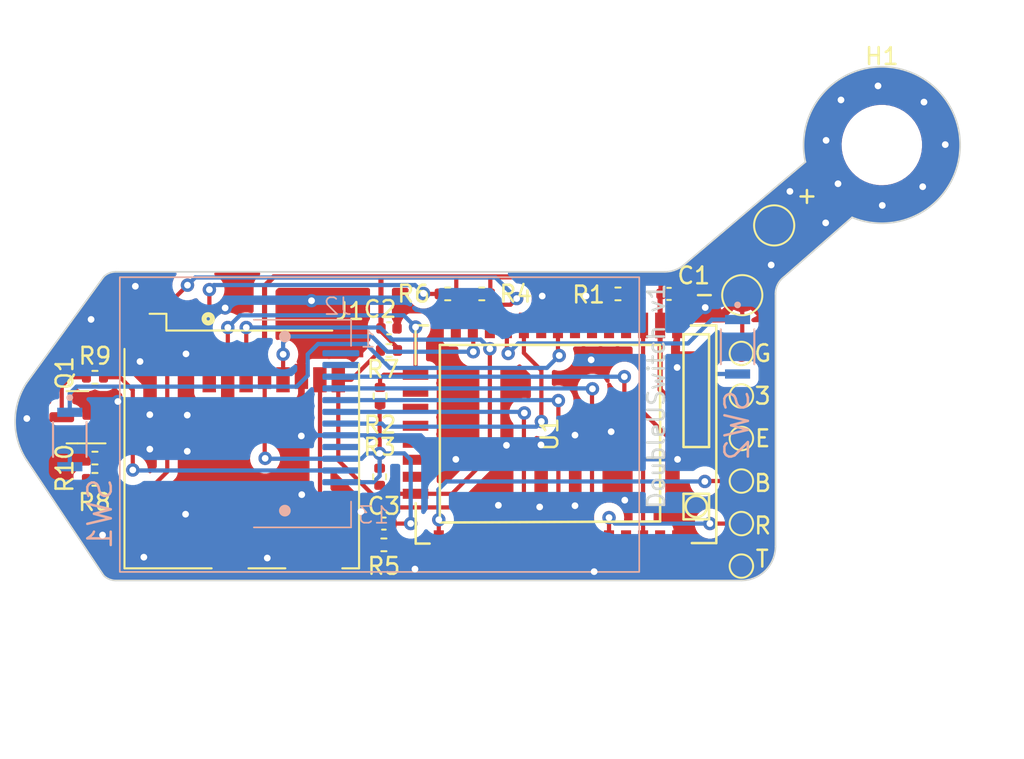
<source format=kicad_pcb>
(kicad_pcb (version 20221018) (generator pcbnew)

  (general
    (thickness 1)
  )

  (paper "A4")
  (layers
    (0 "F.Cu" signal)
    (31 "B.Cu" signal)
    (32 "B.Adhes" user "B.Adhesive")
    (33 "F.Adhes" user "F.Adhesive")
    (34 "B.Paste" user)
    (35 "F.Paste" user)
    (36 "B.SilkS" user "B.Silkscreen")
    (37 "F.SilkS" user "F.Silkscreen")
    (38 "B.Mask" user)
    (39 "F.Mask" user)
    (40 "Dwgs.User" user "User.Drawings")
    (41 "Cmts.User" user "User.Comments")
    (42 "Eco1.User" user "User.Eco1")
    (43 "Eco2.User" user "User.Eco2")
    (44 "Edge.Cuts" user)
    (45 "Margin" user)
    (46 "B.CrtYd" user "B.Courtyard")
    (47 "F.CrtYd" user "F.Courtyard")
    (48 "B.Fab" user)
    (49 "F.Fab" user)
    (50 "User.1" user)
    (51 "User.2" user)
    (52 "User.3" user)
    (53 "User.4" user)
    (54 "User.5" user)
    (55 "User.6" user)
    (56 "User.7" user)
    (57 "User.8" user)
    (58 "User.9" user)
  )

  (setup
    (stackup
      (layer "F.SilkS" (type "Top Silk Screen"))
      (layer "F.Paste" (type "Top Solder Paste"))
      (layer "F.Mask" (type "Top Solder Mask") (thickness 0.01))
      (layer "F.Cu" (type "copper") (thickness 0.035))
      (layer "dielectric 1" (type "core") (thickness 0.91) (material "FR4") (epsilon_r 4.5) (loss_tangent 0.02))
      (layer "B.Cu" (type "copper") (thickness 0.035))
      (layer "B.Mask" (type "Bottom Solder Mask") (thickness 0.01))
      (layer "B.Paste" (type "Bottom Solder Paste"))
      (layer "B.SilkS" (type "Bottom Silk Screen"))
      (copper_finish "None")
      (dielectric_constraints no)
    )
    (pad_to_mask_clearance 0)
    (pcbplotparams
      (layerselection 0x00010fc_ffffffff)
      (plot_on_all_layers_selection 0x0000000_00000000)
      (disableapertmacros false)
      (usegerberextensions false)
      (usegerberattributes true)
      (usegerberadvancedattributes true)
      (creategerberjobfile true)
      (dashed_line_dash_ratio 12.000000)
      (dashed_line_gap_ratio 3.000000)
      (svgprecision 4)
      (plotframeref false)
      (viasonmask false)
      (mode 1)
      (useauxorigin false)
      (hpglpennumber 1)
      (hpglpenspeed 20)
      (hpglpendiameter 15.000000)
      (dxfpolygonmode true)
      (dxfimperialunits true)
      (dxfusepcbnewfont true)
      (psnegative false)
      (psa4output false)
      (plotreference true)
      (plotvalue true)
      (plotinvisibletext false)
      (sketchpadsonfab false)
      (subtractmaskfromsilk false)
      (outputformat 1)
      (mirror false)
      (drillshape 1)
      (scaleselection 1)
      (outputdirectory "")
    )
  )

  (net 0 "")
  (net 1 "+3V3")
  (net 2 "GND")
  (net 3 "/SD_DATA3")
  (net 4 "/SD_DATA1")
  (net 5 "/SD_CMD")
  (net 6 "/SD_CLK")
  (net 7 "/SD_DATA0")
  (net 8 "/SD_DATA2")
  (net 9 "unconnected-(J2-Pin_1-Pad1)")
  (net 10 "unconnected-(J2-Pin_2-Pad2)")
  (net 11 "/LCD_DATA")
  (net 12 "/LCD_CLK")
  (net 13 "/LCD_DC")
  (net 14 "/LCD_RESET")
  (net 15 "/LCD_CS")
  (net 16 "unconnected-(J2-Pin_9-Pad9)")
  (net 17 "/LEDK")
  (net 18 "Net-(Q1-G)")
  (net 19 "Net-(Q1-D)")
  (net 20 "Net-(U1-EN)")
  (net 21 "/LCD_BACKLIGHT")
  (net 22 "BTN_LEFT")
  (net 23 "BTN_RIGHT")
  (net 24 "Net-(U1-TX)")
  (net 25 "Net-(U1-RX)")
  (net 26 "unconnected-(U1-VP-Pad4)")
  (net 27 "unconnected-(U1-VN-Pad5)")
  (net 28 "unconnected-(U1-IO34-Pad6)")
  (net 29 "unconnected-(U1-IO35-Pad7)")
  (net 30 "unconnected-(U1-IO33-Pad9)")
  (net 31 "unconnected-(U1-IO09-Pad17)")
  (net 32 "unconnected-(U1-IO10-Pad18)")
  (net 33 "unconnected-(U1-SD2-Pad19)")
  (net 34 "unconnected-(U1-CLK-Pad20)")
  (net 35 "unconnected-(U1-SD3-Pad21)")
  (net 36 "unconnected-(U1-SD1-Pad22)")
  (net 37 "unconnected-(U1-CS-Pad27)")
  (net 38 "unconnected-(U1-SD0-Pad28)")
  (net 39 "unconnected-(U1-IO18-Pad30)")
  (net 40 "unconnected-(U1-NC-Pad32)")
  (net 41 "unconnected-(U1-IO23-Pad37)")

  (footprint "Resistor_SMD:R_0402_1005Metric" (layer "F.Cu") (at 174.752 118.618))

  (footprint "MountingHole:MountingHole_4.3mm_M4" (layer "F.Cu") (at 190.5 109.728))

  (footprint "TestPoint:TestPoint_Pad_D2.0mm" (layer "F.Cu") (at 182.1688 118.6942))

  (footprint "TestPoint:TestPoint_Pad_D1.0mm" (layer "F.Cu") (at 182.118 122.174))

  (footprint "Resistor_SMD:R_0402_1005Metric" (layer "F.Cu") (at 143.5377 128.4224 180))

  (footprint "Package_TO_SOT_SMD:SOT-23" (layer "F.Cu") (at 142.494 125.984 180))

  (footprint "Resistor_SMD:R_0402_1005Metric" (layer "F.Cu") (at 160.5534 124.714 90))

  (footprint "Resistor_SMD:R_0402_1005Metric" (layer "F.Cu") (at 161.0868 121.9962 180))

  (footprint "Capacitor_SMD:C_0402_1005Metric" (layer "F.Cu") (at 161.0868 120.6754))

  (footprint "TestPoint:TestPoint_Pad_D1.0mm" (layer "F.Cu") (at 182.118 127.254))

  (footprint "TestPoint:TestPoint_Pad_D1.0mm" (layer "F.Cu") (at 182.118 134.874))

  (footprint "TestPoint:TestPoint_Pad_D1.0mm" (layer "F.Cu") (at 182.118 124.714))

  (footprint "Capacitor_SMD:C_0402_1005Metric" (layer "F.Cu") (at 160.782 132.334 180))

  (footprint "Resistor_SMD:R_0402_1005Metric" (layer "F.Cu") (at 160.528 129.54 -90))

  (footprint "Resistor_SMD:R_0402_1005Metric" (layer "F.Cu") (at 143.5377 123.5964 180))

  (footprint "Resistor_SMD:R_0402_1005Metric" (layer "F.Cu") (at 166.624 118.618 180))

  (footprint "Connector_Card:microSD_HC_Molex_47352-1001" (layer "F.Cu") (at 152.3002 127.4064 180))

  (footprint "TestPoint:TestPoint_Pad_D2.0mm" (layer "F.Cu") (at 184.0738 114.5286))

  (footprint "Resistor_SMD:R_0402_1005Metric" (layer "F.Cu") (at 164.592 118.618 180))

  (footprint "TestPoint:TestPoint_Pad_D1.0mm" (layer "F.Cu") (at 182.118 129.794))

  (footprint "RF_WiFi:ttgo-32-micro" (layer "F.Cu") (at 171.1706 127 -90))

  (footprint "Resistor_SMD:R_0402_1005Metric" (layer "F.Cu") (at 160.782 133.604))

  (footprint "Capacitor_SMD:C_0402_1005Metric" (layer "F.Cu") (at 177.8 118.618))

  (footprint "Resistor_SMD:R_0402_1005Metric" (layer "F.Cu") (at 143.5377 129.6924))

  (footprint "TestPoint:TestPoint_Pad_D1.0mm" (layer "F.Cu") (at 182.118 132.334))

  (footprint "Button_Switch_SMD:SW_SPST_E-switch_ETL3780AF240QG" (layer "B.Cu") (at 142.0368 127.3133 -90))

  (footprint "Display:LH114T_IG01" (layer "B.Cu") (at 176.022 117.622 180))

  (footprint "Button_Switch_SMD:SW_SPST_E-switch_ETL3780AF240QG" (layer "B.Cu") (at 181.8894 121.7761 -90))

  (gr_line (start 181.43 136.588) (end 142.43 136.588)
    (stroke (width 0.2) (type solid)) (layer "Dwgs.User") (tstamp 095c45cb-63d7-4834-8136-c86fe8c83e8e))
  (gr_line (start 142.43 116.5939) (end 181.43 116.5939)
    (stroke (width 0.2) (type solid)) (layer "Dwgs.User") (tstamp 0cf156be-26b0-43d2-973c-eefad7d4d721))
  (gr_arc (start 185.43 132.588) (mid 184.258427 135.416427) (end 181.43 136.588)
    (stroke (width 0.2) (type solid)) (layer "Dwgs.User") (tstamp 142f69cb-5e53-4fe7-94f6-4120285ff4cb))
  (gr_line (start 175.468861 119.072489) (end 175.468861 134.302442)
    (stroke (width 0.2) (type solid)) (layer "Dwgs.User") (tstamp 19aa232a-93e3-410c-a2eb-d079d61496ca))
  (gr_arc (start 138.43 120.5939) (mid 139.601573 117.765473) (end 142.43 116.5939)
    (stroke (width 0.2) (type solid)) (layer "Dwgs.User") (tstamp 212e979c-c211-4a7f-9918-828b1829fd7b))
  (gr_line (start 148.422565 134.302442) (end 148.422565 119.072489)
    (stroke (width 0.2) (type solid)) (layer "Dwgs.User") (tstamp 638f4fa7-f1ff-471b-b8f4-20c7fde65faa))
  (gr_arc (start 181.43 116.5939) (mid 184.258427 117.765473) (end 185.43 120.5939)
    (stroke (width 0.2) (type solid)) (layer "Dwgs.User") (tstamp 67cf26fb-cf67-407a-8b3f-b3e813aa3c3b))
  (gr_line (start 148.422565 119.072489) (end 175.468861 119.072489)
    (stroke (width 0.2) (type solid)) (layer "Dwgs.User") (tstamp 69e5e991-e849-4110-8378-9c9cec9b759d))
  (gr_line (start 138.43 132.588) (end 138.43 120.5939)
    (stroke (width 0.2) (type solid)) (layer "Dwgs.User") (tstamp 71cc6696-6d43-4362-b86b-2db0954d090e))
  (gr_circle (center 141.996719 127.268485) (end 140.297684 127.268485)
    (stroke (width 0.2) (type solid)) (fill none) (layer "Dwgs.User") (tstamp 752fb1cb-11d2-41c9-ba35-44cff8a8348b))
  (gr_arc (start 142.43 136.588) (mid 139.601573 135.416427) (end 138.43 132.588)
    (stroke (width 0.2) (type solid)) (layer "Dwgs.User") (tstamp a07bf0e9-39d3-4515-930f-8642191fc5fc))
  (gr_line (start 175.468861 134.302442) (end 148.422565 134.302442)
    (stroke (width 0.2) (type solid)) (layer "Dwgs.User") (tstamp a933dbb8-c631-4d54-8eab-54de504bfa9a))
  (gr_circle (center 181.901374 121.797111) (end 180.191907 121.797111)
    (stroke (width 0.2) (type solid)) (fill none) (layer "Dwgs.User") (tstamp da979675-4050-4a61-bb37-f281f5722a48))
  (gr_line (start 185.43 120.5939) (end 185.43 132.588)
    (stroke (width 0.2) (type solid)) (layer "Dwgs.User") (tstamp dfa343ae-67af-4d7b-97b3-b56dd7b738de))
  (gr_line (start 184.658 117.602) (end 188.722 114.046)
    (stroke (width 0.1) (type default)) (layer "Edge.Cuts") (tstamp 080bfda4-937f-458e-bb78-ef888ad9a0d7))
  (gr_line (start 184.15 133.69838) (end 184.15 118.618)
    (stroke (width 0.1) (type default)) (layer "Edge.Cuts") (tstamp 0de2b308-2685-4924-8bc7-79b3848b0e4e))
  (gr_line (start 144.78 135.73038) (end 182.118 135.73038)
    (stroke (width 0.1) (type default)) (layer "Edge.Cuts") (tstamp 0e599862-71c3-4da6-8702-f69d9378c146))
  (gr_arc (start 139.446001 128.524) (mid 138.774598 126.238) (end 139.446 123.952)
    (stroke (width 0.1) (type default)) (layer "Edge.Cuts") (tstamp 1642e732-48e6-49d5-ae70-2a2a85b3f73f))
  (gr_arc (start 178.684248 116.889694) (mid 178.151276 117.1956) (end 177.546 117.301797)
    (stroke (width 0.1) (type default)) (layer "Edge.Cuts") (tstamp 4a011b13-d317-4b6a-bc90-9d11b78f4edd))
  (gr_arc (start 184.15 133.69838) (mid 183.554841 135.135221) (end 182.118 135.73038)
    (stroke (width 0.1) (type default)) (layer "Edge.Cuts") (tstamp 60088bfe-6909-469c-8012-2e0731b1eaff))
  (gr_line (start 139.446001 128.524) (end 144.06158 135.4328)
    (stroke (width 0.1) (type default)) (layer "Edge.Cuts") (tstamp 70e3ca4f-5690-431a-93d8-6e9d38cfd3f8))
  (gr_arc (start 144.06158 117.599377) (mid 144.391194 117.379136) (end 144.78 117.301797)
    (stroke (width 0.1) (type default)) (layer "Edge.Cuts") (tstamp 755ee050-e57d-4939-9fba-5d749d5e7d33))
  (gr_line (start 185.941467 110.741005) (end 178.684248 116.889694)
    (stroke (width 0.1) (type default)) (layer "Edge.Cuts") (tstamp 9b78de09-b1c4-41b5-bccf-b251864e949e))
  (gr_arc (start 184.15 118.618) (mid 184.284077 118.050039) (end 184.658 117.602)
    (stroke (width 0.1) (type default)) (layer "Edge.Cuts") (tstamp c8ef59f1-9440-421f-956d-10535b3a6390))
  (gr_line (start 177.546 117.301797) (end 144.78 117.301797)
    (stroke (width 0.1) (type default)) (layer "Edge.Cuts") (tstamp d8232386-59da-438a-ad58-3d89d2a3dae9))
  (gr_arc (start 144.78 135.73038) (mid 144.391194 135.653042) (end 144.06158 135.4328)
    (stroke (width 0.1) (type default)) (layer "Edge.Cuts") (tstamp edcca689-ab34-49dc-847e-9bf5c6e90260))
  (gr_arc (start 185.941467 110.741005) (mid 194.073326 106.721716) (end 188.722 114.046)
    (stroke (width 0.1) (type default)) (layer "Edge.Cuts") (tstamp f05ab105-c9ae-46e8-9fac-0b4f7776ebfc))
  (gr_line (start 144.06158 117.599377) (end 139.446 123.952)
    (stroke (width 0.1) (type default)) (layer "Edge.Cuts") (tstamp f38dc27d-1394-48e3-b592-19bfa601274a))
  (gr_text "DoubleUSwitch v1" (at 177.6222 131.5466 90) (layer "Edge.Cuts") (tstamp e922a36e-1f79-4f6c-ade8-2807070f4733)
    (effects (font (size 1 1) (thickness 0.15)) (justify left bottom))
  )

  (segment (start 160.6068 117.6248) (end 160.6068 120.6754) (width 0.3048) (layer "F.Cu") (net 1) (tstamp 0a025215-9a1c-41f2-872e-bfef17cbda74))
  (segment (start 182.1942 114.5286) (end 179.1208 117.602) (width 0.3048) (layer "F.Cu") (net 1) (tstamp 0bde2873-c8d5-41b6-b3bd-b45158d9e9c2))
  (segment (start 167.134 117.604) (end 167.132 117.602) (width 0.25) (layer "F.Cu") (net 1) (tstamp 0d0de625-6091-49ed-8906-9faf6ef1918f))
  (segment (start 167.132 117.602) (end 165.1 117.602) (width 0.3048) (layer "F.Cu") (net 1) (tstamp 156d47ca-2285-4911-861c-78b1acc0d6a9))
  (segment (start 167.134 118.618) (end 167.134 117.604) (width 0.25) (layer "F.Cu") (net 1) (tstamp 1696114a-7dfc-4820-b98a-2f7b30dd23b3))
  (segment (start 184.0738 114.5286) (end 182.1942 114.5286) (width 0.3048) (layer "F.Cu") (net 1) (tstamp 1e61f64b-63cc-4180-a7fb-71f73b5f5b98))
  (segment (start 160.528 128.143) (end 160.528 129.03) (width 0.25) (layer "F.Cu") (net 1) (tstamp 312bbbf9-7dcb-4449-8c23-08f982fd61d7))
  (segment (start 160.528 128.143) (end 160.528 125.2494) (width 0.25) (layer "F.Cu") (net 1) (tstamp 35afea63-2a56-4bb2-9ca5-083f3c380358))
  (segment (start 154.2034 117.602) (end 153.6602 118.1452) (width 0.3048) (layer "F.Cu") (net 1) (tstamp 4141a884-34d0-4e92-8c06-9c127d280fe9))
  (segment (start 182.118 124.714) (end 177.6476 124.714) (width 0.3048) (layer "F.Cu") (net 1) (tstamp 4ef4342a-a692-40e0-84b8-ecbae8ed9246))
  (segment (start 177.32 117.6248) (end 177.32 118.618) (width 0.3048) (layer "F.Cu") (net 1) (tstamp 5d25d173-300e-42a7-bb99-cbc1c5ee387f))
  (segment (start 177.6476 124.714) (end 177.2666 124.333) (width 0.3048) (layer "F.Cu") (net 1) (tstamp 5e918d6a-bff1-4c3b-b8b6-41a6140b15e7))
  (segment (start 177.546 117.602) (end 177.3428 117.602) (width 0.3048) (layer "F.Cu") (net 1) (tstamp 61280ce0-85ff-47fc-bff7-100e8bb7691b))
  (segment (start 174.2694 117.602) (end 167.132 117.602) (width 0.3048) (layer "F.Cu") (net 1) (tstamp 63e767a4-d845-4fb9-b75e-8cc09b341619))
  (segment (start 174.244 117.6274) (end 174.2694 117.602) (width 0.3048) (layer "F.Cu") (net 1) (tstamp 6a304238-1f8b-41db-8d07-4e9dc4ef198c))
  (segment (start 161.262 132.334) (end 161.262 132.614) (width 0.25) (layer "F.Cu") (net 1) (tstamp 6bcbeed0-9d81-4b9d-92ff-dae9a80b3d82))
  (segment (start 177.3428 117.602) (end 177.32 117.6248) (width 0.3048) (layer "F.Cu") (net 1) (tstamp 6c219147-7c3f-4c7b-8916-780b1c312743))
  (segment (start 161.262 132.334) (end 162.3822 132.334) (width 0.25) (layer "F.Cu") (net 1) (tstamp 73122236-8fb0-4ede-8618-039abc970280))
  (segment (start 174.244 117.856) (end 174.244 117.6274) (width 0.3048) (layer "F.Cu") (net 1) (tstamp 7e22b1b8-6d11-4763-87fc-1c29ab2eb570))
  (segment (start 165.1 117.602) (end 160.6296 117.602) (width 0.3048) (layer "F.Cu") (net 1) (tstamp 8431a41d-8959-4a01-b30f-4a8571cc40d7))
  (segment (start 177.2666 120.5) (end 177.2666 118.6714) (width 0.3048) (layer "F.Cu") (net 1) (tstamp 8bad0ec9-9771-4e72-9290-971e9872c155))
  (segment (start 153.6954 128.4375) (end 153.668 128.4101) (width 0.25) (layer "F.Cu") (net 1) (tstamp 918b3f87-4841-479f-8c71-50efb64f6c98))
  (segment (start 174.2694 117.602) (end 177.546 117.602) (width 0.3048) (layer "F.Cu") (net 1) (tstamp 9e515d39-a07b-4c3e-9efc-5dc772c059d5))
  (segment (start 153.668 128.4101) (end 153.668 123.5542) (width 0.25) (layer "F.Cu") (net 1) (tstamp a085dc6b-52c7-4b5f-900c-23d46960a6c3))
  (segment (start 179.1208 117.602) (end 177.546 117.602) (width 0.3048) (layer "F.Cu") (net 1) (tstamp a4e237a4-a16e-4602-a3bb-8a79e697d465))
  (segment (start 153.6602 118.1452) (end 153.6602 123.5464) (width 0.3048) (layer "F.Cu") (net 1) (tstamp ab2b04e1-66d2-4fff-a026-76b01169b864))
  (segment (start 174.242 118.618) (end 174.242 117.858) (width 0.3048) (layer "F.Cu") (net 1) (tstamp b07640b6-f9a3-4e12-b1b0-f72c9513f3fd))
  (segment (start 160.6068 120.8558) (end 161.5968 121.8458) (width 0.25) (layer "F.Cu") (net 1) (tstamp c163ce7f-d64b-4f8e-8f8e-e166380f7512))
  (segment (start 161.262 132.614) (end 160.272 133.604) (width 0.25) (layer "F.Cu") (net 1) (tstamp c25477df-626a-4903-aa3f-23925ac3f858))
  (segment (start 160.6296 117.602) (end 154.2034 117.602) (width 0.3048) (layer "F.Cu") (net 1) (tstamp c506cbc9-0870-46bd-ac8a-a2ee9b0abe3d))
  (segment (start 174.242 117.858) (end 174.244 117.856) (width 0.3048) (layer "F.Cu") (net 1) (tstamp c5257b65-acca-4bcd-82f0-e4b9a89cb185))
  (segment (start 165.102 118.618) (end 165.102 117.604) (width 0.25) (layer "F.Cu") (net 1) (tstamp c8bd6826-7366-4662-b071-05ee0518f03a))
  (segment (start 165.102 117.604) (end 165.1 117.602) (width 0.25) (layer "F.Cu") (net 1) (tstamp e0158ffa-6eda-40dc-92ed-3c77f42bbc83))
  (segment (start 160.6296 117.602) (end 160.6068 117.6248) (width 0.3048) (layer "F.Cu") (net 1) (tstamp e308a04a-d0fc-409d-9168-900eecfc52fb))
  (segment (start 177.2666 124.333) (end 177.2666 120.5) (width 0.3048) (layer "F.Cu") (net 1) (tstamp edb7f2d6-6aa9-4c7b-82ba-6d53b325a723))
  (via (at 153.6954 128.4375) (size 0.8) (drill 0.4) (layers "F.Cu" "B.Cu") (net 1) (tstamp 69c3e10e-db6d-4cf7-9894-c3606e348b44))
  (via (at 160.528 128.143) (size 0.8) (drill 0.4) (layers "F.Cu" "B.Cu") (net 1) (tstamp 6f454928-b28d-41c7-95a0-b02d353a0a8c))
  (via (at 162.3822 132.334) (size 0.8) (drill 0.4) (layers "F.Cu" "B.Cu") (net 1) (tstamp 755f70db-8837-4bd4-a34e-d1e0b0d87f1c))
  (segment (start 158.212 129.862) (end 160.1552 129.862) (width 0.25) (layer "B.Cu") (net 1) (tstamp 16ca1007-531f-4c5d-bea7-835f60e43db4))
  (segment (start 153.6954 128.4375) (end 153.7199 128.462) (width 0.25) (layer "B.Cu") (net 1) (tstamp 38809e13-25c9-410c-9cd7-5d0fdbf4cee1))
  (segment (start 160.1552 129.862) (end 160.528 129.4892) (width 0.25) (layer "B.Cu") (net 1) (tstamp 51140ad0-0bc4-4685-9208-d381db6e4d9b))
  (segment (start 160.528 129.4892) (end 160.528 128.143) (width 0.25) (layer "B.Cu") (net 1) (tstamp 6ae65fec-3cf6-491c-b03e-157bdfcd2a20))
  (segment (start 162.3822 132.334) (end 162.3822 128.524) (width 0.25) (layer "B.Cu") (net 1) (tstamp 72cee2f6-76f9-461a-90e2-40c75d9ad1c6))
  (segment (start 153.7199 128.462) (end 158.212 128.462) (width 0.25) (layer "B.Cu") (net 1) (tstamp a3f8e45f-f772-43c7-b100-9043de45711e))
  (segment (start 159.766 128.143) (end 160.528 128.143) (width 0.25) (layer "B.Cu") (net 1) (tstamp ae302b57-cc03-4244-a5f8-92e23406a02f))
  (segment (start 162.0012 128.143) (end 160.528 128.143) (width 0.25) (layer "B.Cu") (net 1) (tstamp b4c40625-9d86-4aa1-aa89-dd9053077858))
  (segment (start 158.212 128.462) (end 159.447 128.462) (width 0.25) (layer "B.Cu") (net 1) (tstamp eecb194f-2c71-4084-a3a3-c15ee119d91a))
  (segment (start 162.3822 128.524) (end 162.0012 128.143) (width 0.25) (layer "B.Cu") (net 1) (tstamp f5b8d98e-d546-4b24-b0e5-60cc85a1de7a))
  (segment (start 159.447 128.462) (end 159.766 128.143) (width 0.25) (layer "B.Cu") (net 1) (tstamp fdfbd859-8272-4359-a6fe-deff50ae3edc))
  (segment (start 161.8996 119.6594) (end 163.6522 119.6594) (width 0.25) (layer "F.Cu") (net 2) (tstamp 00d565c0-2a30-4335-8e2a-7a763dbeef13))
  (segment (start 164.084 127.508) (end 165.0746 128.4986) (width 0.25) (layer "F.Cu") (net 2) (tstamp 02665270-f86a-4815-b73b-5da720df10a5))
  (segment (start 144.8968 125.034) (end 144.907 125.0442) (width 0.25) (layer "F.Cu") (net 2) (tstamp 09742559-4e3a-47c0-91af-3fa3633947a2))
  (segment (start 163.6522 119.6594) (end 164.0586 120.0658) (width 0.25) (layer "F.Cu") (net 2) (tstamp 0add9346-f3b9-4674-8158-05ee409fc2e5))
  (segment (start 182.118 122.174) (end 178.2826 122.174) (width 0.25) (layer "F.Cu") (net 2) (tstamp 23390f22-05af-4492-a7f1-b20d48894a03))
  (segment (start 155.8544 127.1016) (end 155.8602 127.0958) (width 0.25) (layer "F.Cu") (net 2) (tstamp 23b213ad-c1b2-498b-b95d-0f3cf35e2024))
  (segment (start 178.2826 120.5) (end 178.2826 118.6206) (width 0.25) (layer "F.Cu") (net 2) (tstamp 3a7316fb-f5ad-4bef-bd8e-f56c9f63412a))
  (segment (start 155.8602 127.0958) (end 155.8602 123.5464) (width 0.25) (layer "F.Cu") (net 2) (tstamp 43c3ecdf-f1af-42f5-8aec-2bc2cbcb45a6))
  (segment (start 178.2826 128.524) (end 178.2826 133.5) (width 0.25) (layer "F.Cu") (net 2) (tstamp 54faf404-1c9f-44f9-a4d1-c07ff730b50e))
  (segment (start 160.302 132.334) (end 160.1216 132.334) (width 0.25) (layer "F.Cu") (net 2) (tstamp 5b4b2fb4-f48d-447d-a65b-cdac6f4d39eb))
  (segment (start 161.5668 120.6754) (end 161.5668 119.9922) (width 0.25) (layer "F.Cu") (net 2) (tstamp 5e795eb3-245d-4f44-af25-75ad689cedbb))
  (segment (start 155.8544 130.5814) (end 155.8544 127.1016) (width 0.25) (layer "F.Cu") (net 2) (tstamp 60d097ea-b87e-440f-9207-911be963f64a))
  (segment (start 164.0586 120.5) (end 164.0586 121.8946) (width 0.25) (layer "F.Cu") (net 2) (tstamp 62e2cc48-2d84-49f0-8cb3-f7539f9dbcdb))
  (segment (start 182.1688 122.1232) (end 182.118 122.174) (width 0.25) (layer "F.Cu") (net 2) (tstamp 6cc0e6f3-4cb5-4ba7-866b-a040d48f1f0f))
  (segment (start 155.8798 130.6068) (end 155.8544 130.5814) (width 0.25) (layer "F.Cu") (net 2) (tstamp 70a20a05-ded8-40da-859e-62d1f896510d))
  (segment (start 160.1216 132.334) (end 159.4104 131.6228) (width 0.25) (layer "F.Cu") (net 2) (tstamp 76c10087-9a84-4f2b-b47e-599a5d3e3f68))
  (segment (start 182.1688 119.6848) (end 182.1688 122.1232) (width 0.25) (layer "F.Cu") (net 2) (tstamp 81ac4897-b2e9-4851-8588-b57fce271754))
  (segment (start 178.2826 122.174) (end 178.2826 120.5) (width 0.25) (layer "F.Cu") (net 2) (tstamp 87298031-0e9d-41f6-b84c-79bc40f2baa9))
  (segment (start 178.2826 122.174) (end 178.2826 123.0122) (width 0.25) (layer "F.Cu") (net 2) (tstamp 88532a8d-8a9f-4e7f-989e-6566af2f09a2))
  (segment (start 164.0586 121.8946) (end 164.084 121.92) (width 0.25) (layer "F.Cu") (net 2) (tstamp 89c95577-8867-4e33-833c-1f718117b821))
  (segment (start 141.986 129.921) (end 141.986 129.4641) (width 0.25) (layer "F.Cu") (net 2) (tstamp 8d32008c-82a3-4abc-bf22-7ec925c1d90e))
  (segment (start 143.4315 125.034) (end 144.8968 125.034) (width 0.25) (layer "F.Cu") (net 2) (tstamp a406334c-540e-4bb6-992c-667448b73c47))
  (segment (start 161.5668 119.9922) (end 161.8996 119.6594) (width 0.25) (layer "F.Cu") (net 2) (tstamp a525611b-abba-4bfe-9555-5c46b5087e2e))
  (segment (start 181.61 119.126) (end 182.1688 119.6848) (width 0.25) (layer "F.Cu") (net 2) (tstamp bc3814f7-b026-482f-90bd-4b5feac397cd))
  (segment (start 178.308 128.4986) (end 178.2826 128.524) (width 0.25) (layer "F.Cu") (net 2) (tstamp c0f596f4-02b1-4f7e-8507-83188b316809))
  (segment (start 164.084 121.92) (end 164.084 127.508) (width 0.25) (layer "F.Cu") (net 2) (tstamp cf1adc42-5955-41e2-a7ed-6d3c8768b799))
  (segment (start 141.986 129.4641) (end 143.0277 128.4224) (width 0.25) (layer "F.Cu") (net 2) (tstamp f5552d3d-b05a-47ae-a5c7-4622ffc8ca98))
  (via (at 151.3078 119.4562) (size 0.8) (drill 0.4) (layers "F.Cu" "B.Cu") (free) (net 2) (tstamp 0095f5e0-932b-4935-9f5f-f86f9dba13d9))
  (via (at 148.971 122.1994) (size 0.8) (drill 0.4) (layers "F.Cu" "B.Cu") (free) (net 2) (tstamp 02c46e5b-d9e4-4943-a2af-bd1398579bfd))
  (via (at 149.0472 128.016) (size 0.8) (drill 0.4) (layers "F.Cu" "B.Cu") (free) (net 2) (tstamp 05066a12-4d3f-463c-af80-582fe3fa85fb))
  (via (at 139.4714 126.0602) (size 0.8) (drill 0.4) (layers "F.Cu" "B.Cu") (free) (net 2) (tstamp 05e0a6b0-0920-42cc-8831-044ef500ff35))
  (via (at 146.812 127.889) (size 0.8) (drill 0.4) (layers "F.Cu" "B.Cu") (free) (net 2) (tstamp 0c17ac97-6470-44c0-b91e-e4186bce47ea))
  (via (at 149.0472 125.857) (size 0.8) (drill 0.4) (layers "F.Cu" "B.Cu") (free) (net 2) (tstamp 16c02c49-284c-4aa9-811f-3d39b62b1030))
  (via (at 155.8798 130.6068) (size 0.8) (drill 0.4) (layers "F.Cu" "B.Cu") (net 2) (tstamp 1cb3cd32-9d2e-4c74-989f-3e97f65cf94d))
  (via (at 146.812 125.8316) (size 0.8) (drill 0.4) (layers "F.Cu" "B.Cu") (free) (net 2) (tstamp 1dc60286-83f4-47bc-bba6-bc9a4ccff192))
  (via (at 144.907 125.0442) (size 0.8) (drill 0.4) (layers "F.Cu" "B.Cu") (net 2) (tstamp 2f771dea-b849-4385-8142-6b557faf4498))
  (via (at 172.847 118.745) (size 0.8) (drill 0.4) (layers "F.Cu" "B.Cu") (free) (net 2) (tstamp 307b7b57-c074-4ab9-bf72-fec5ac7b56fb))
  (via (at 165.0746 128.4986) (size 0.8) (drill 0.4) (layers "F.Cu" "B.Cu") (net 2) (tstamp 3218beb4-b776-4faf-a40d-d14af694a36d))
  (via (at 194.2846 109.7026) (size 0.8) (drill 0.4) (layers "F.Cu" "B.Cu") (free) (net 2) (tstamp 420eadb4-0fab-4a25-bd1b-b067e675ec52))
  (via (at 188.0616 107.0356) (size 0.8) (drill 0.4) (layers "F.Cu" "B.Cu") (free) (net 2) (tstamp 58cb48b4-e9e1-4c8d-a180-d45e573d4f44))
  (via (at 173.1518 122.555) (size 0.8) (drill 0.4) (layers "F.Cu" "B.Cu") (free) (net 2) (tstamp 5e76e67e-d17e-4fae-b69d-c54cc0b04cde))
  (via (at 148.9456 131.7752) (size 0.8) (drill 0.4) (layers "F.Cu" "B.Cu") (free) (net 2) (tstamp 5ee5cfef-1d5d-416b-8105-c2e5143e4699))
  (via (at 178.308 128.4986) (size 0.8) (drill 0.4) (layers "F.Cu" "B.Cu") (net 2) (tstamp 64742f04-07a5-4378-88ee-f9a3b7528f11))
  (via (at 146.2278 122.6566) (size 0.8) (drill 0.4) (layers "F.Cu" "B.Cu") (free) (net 2) (tstamp 78e63650-4db2-44a7-a376-587d28896bc3))
  (via (at 155.8544 127.1016) (size 0.8) (drill 0.4) (layers "F.Cu" "B.Cu") (net 2) (tstamp 817b96a3-783a-45fc-a016-ab0a6270a597))
  (via (at 175.1584 130.937) (size 0.8) (drill 0.4) (layers "F.Cu" "B.Cu") (free) (net 2) (tstamp 8307f6bc-21e3-45ed-a8ce-ab45f19a612a))
  (via (at 167.6146 131.2418) (size 0.8) (drill 0.4) (layers "F.Cu" "B.Cu") (free) (net 2) (tstamp 86f21adf-41c4-4ee0-bea1-a0b92eaa51f7))
  (via (at 185.0136 112.4966) (size 0.8) (drill 0.4) (layers "F.Cu" "B.Cu") (free) (net 2) (tstamp 8ecfd58c-bca7-450f-9743-effa7471265d))
  (via (at 145.9484 118.1608) (size 0.8) (drill 0.4) (layers "F.Cu" "B.Cu") (free) (net 2) (tstamp 930351e5-de54-4bdf-8403-0c0b1a748ee5))
  (via (at 143.9926 133.0198) (size 0.8) (drill 0.4) (layers "F.Cu" "B.Cu") (free) (net 2) (tstamp 959a90eb-9694-4dfd-addc-27d644a9f944))
  (via (at 178.2826 123.0122) (size 0.8) (drill 0.4) (layers "F.Cu" "B.Cu") (net 2) (tstamp a1651e7a-ae0c-43b9-9977-23a5f5e92c8d))
  (via (at 173.3296 135.2042) (size 0.8) (drill 0.4) (layers "F.Cu" "B.Cu") (free) (net 2) (tstamp a9ae1505-f399-4cb5-910f-7ff99f9ce965))
  (via (at 170.2308 118.745) (size 0.8) (drill 0.4) (layers "F.Cu" "B.Cu") (free) (net 2) (tstamp ac6d0793-dd92-420a-b9d4-1836aacd22e6))
  (via (at 190.5254 113.3348) (size 0.8) (drill 0.4) (layers "F.Cu" "B.Cu") (free) (net 2) (tstamp b214a45a-2a59-4749-a4f3-c9073e6b9336))
  (via (at 172.1866 131.2672) (size 0.8) (drill 0.4) (layers "F.Cu" "B.Cu") (free) (net 2) (tstamp b77798e6-9072-47fe-bf20-ad22b06af861))
  (via (at 156.464 119.0244) (size 0.8) (drill 0.4) (layers "F.Cu" "B.Cu") (free) (net 2) (tstamp b8fdacea-6cea-47f1-8079-a115c55d743e))
  (via (at 193.0146 107.1626) (size 0.8) (drill 0.4) (layers "F.Cu" "B.Cu") (free) (net 2) (tstamp b9aa1b16-ee39-4f61-b567-acfa9e1b8562))
  (via (at 183.896 116.8908) (size 0.8) (drill 0.4) (layers "F.Cu" "B.Cu") (free) (net 2) (tstamp bd14828f-a0ff-44c3-a162-f743818e0d54))
  (via (at 168.0972 127.6604) (size 0.8) (drill 0.4) (layers "F.Cu" "B.Cu") (free) (net 2) (tstamp bfcdcfe2-3595-4625-9546-6bc9f61485b9))
  (via (at 190.2714 106.1974) (size 0.8) (drill 0.4) (layers "F.Cu" "B.Cu") (free) (net 2) (tstamp ce7c37f8-67b5-4f95-b888-3d415d32c67b))
  (via (at 187.8838 112.0394) (size 0.8) (drill 0.4) (layers "F.Cu" "B.Cu") (free) (net 2) (tstamp d4946b0d-524f-41c0-bf95-95edd7fcb8ff))
  (via (at 172.1866 127.0508) (size 0.8) (drill 0.4) (layers "F.Cu" "B.Cu") (free) (net 2) (tstamp d80300f8-d745-4bca-93eb-61138bd8926d))
  (via (at 143.3068 120.142) (size 0.8) (drill 0.4) (layers "F.Cu" "B.Cu") (free) (net 2) (tstamp e212ba62-e3aa-42ce-8f1f-7108a82e090b))
  (via (at 179.959 119.4308) (size 0.8) (drill 0.4) (layers "F.Cu" "B.Cu") (free) (net 2) (tstamp e6c5dd62-adcf-4e25-a55f-8bdbd0fbe61e))
  (via (at 192.9384 112.2172) (size 0.8) (drill 0.4) (layers "F.Cu" "B.Cu") (free) (net 2) (tstamp e91f963f-ac44-48e6-b6e9-ef5c4480555f))
  (via (at 153.8224 134.3914) (size 0.8) (drill 0.4) (layers "F.Cu" "B.Cu") (free) (net 2) (tstamp e9fc7025-b974-4786-a116-ce2eb66001bb))
  (via (at 174.3456 126.8476) (size 0.8) (drill 0.4) (layers "F.Cu" "B.Cu") (free) (net 2) (tstamp ea1dba76-16d2-4e81-818b-f019b2cedc0a))
  (via (at 187.1726 109.4486) (size 0.8) (drill 0.4) (layers "F.Cu" "B.Cu") (free) (net 2) (tstamp ecdf3524-e468-4b36-8d19-38e5a3d92298))
  (via (at 170.0784 131.3434) (size 0.8) (drill 0.4) (layers "F.Cu" "B.Cu") (free) (net 2) (tstamp f1dfbfd4-719c-4d89-9d13-03991a9dce7e))
  (via (at 146.4564 134.3406) (size 0.8) (drill 0.4) (layers "F.Cu" "B.Cu") (free) (net 2) (tstamp f1f47c08-ef47-4149-81f1-20ee0b1f0ba8))
  (via (at 159.4104 131.6228) (size 0.8) (drill 0.4) (layers "F.Cu" "B.Cu") (net 2) (tstamp f6115d29-132e-41da-89f7-caad11239335))
  (via (at 162.6362 135.0518) (size 0.8) (drill 0.4) (layers "F.Cu" "B.Cu") (free) (net 2) (tstamp f8e6e313-b6a7-4cd9-b79c-cf23fcc5a784))
  (via (at 187.1472 114.3762) (size 0.8) (drill 0.4) (layers "F.Cu" "B.Cu") (free) (net 2) (tstamp fa642e66-76e7-4a42-bd6e-7a657be6a4b4))
  (via (at 170.1546 127.635) (size 0.8) (drill 0.4) (layers "F.Cu" "B.Cu") (free) (net 2) (tstamp facf45a0-7475-4390-bbf7-825e84c99e19))
  (segment (start 158.5976 131.6228) (end 158.212 131.2372) (width 0.25) (layer "B.Cu") (net 2) (tstamp 1e417e8f-0198-4cf9-bd38-0fab1f850d43))
  (segment (start 180.2717 123.4011) (end 179.8828 123.0122) (width 0.25) (layer "B.Cu") (net 2) (tstamp 284cf7e9-4fa4-434f-b066-18592a5f3701))
  (segment (start 155.894 127.062) (end 158.212 127.062) (width 0.25) (layer "B.Cu") (net 2) (tstamp 3f8f2b74-13c8-41d9-a44d-2c18d0a3d3b5))
  (segment (start 165.0746 128.4986) (end 178.308 128.4986) (width 0.25) (layer "B.Cu") (net 2) (tstamp 4a34c26d-c9f1-4a88-9399-91aa2425e82d))
  (segment (start 155.9246 130.562) (end 158.212 130.562) (width 0.25) (layer "B.Cu") (net 2) (tstamp 59b97c56-9a8d-4b6e-a89d-2e5b4e99652e))
  (segment (start 181.8894 123.4011) (end 180.2717 123.4011) (width 0.25) (layer "B.Cu") (net 2) (tstamp 61e1a3f2-0908-4304-8b0a-4e166eb34158))
  (segment (start 142.0368 128.1176) (end 142.5454 127.609) (width 0.25) (layer "B.Cu") (net 2) (tstamp 6479e573-d5b8-480c-9f4f-b15152d932b7))
  (segment (start 165.0746 128.4986) (end 164.4142 128.4986) (width 0.25) (layer "B.Cu") (net 2) (tstamp 6e1971d1-39d7-413d-bd90-4d7933a66638))
  (segment (start 178.2826 128.4732) (end 178.308 128.4986) (width 0.25) (layer "B.Cu") (net 2) (tstamp 78508a82-d0f2-47e2-8158-146c1719bc1e))
  (segment (start 142.5454 127.609) (end 144.298 127.609) (width 0.25) (layer "B.Cu") (net 2) (tstamp 95b991ef-8167-4638-8224-99149e137448))
  (segment (start 159.4104 131.6228) (end 158.5976 131.6228) (width 0.25) (layer "B.Cu") (net 2) (tstamp 976101d0-8350-4aaf-a52e-40683e464699))
  (segment (start 179.8828 123.0122) (end 178.2826 123.0122) (width 0.25) (layer "B.Cu") (net 2) (tstamp 9811712c-671d-437d-803d-7e87f0a92a4e))
  (segment (start 155.8798 130.6068) (end 155.9246 130.562) (width 0.25) (layer "B.Cu") (net 2) (tstamp b155e4a1-c850-4c98-ad2a-5f89bbb97c64))
  (segment (start 158.212 131.2372) (end 158.212 130.562) (width 0.25) (layer "B.Cu") (net 2) (tstamp bbc33430-7a8c-43f4-9bd6-1450c2e3e2d2))
  (segment (start 144.8054 125.1458) (end 144.8054 127.1016) (width 0.25) (layer "B.Cu") (net 2) (tstamp c3b43f1f-3fd4-4a44-aa99-ec360c7a0db5))
  (segment (start 155.8544 127.1016) (end 155.894 127.062) (width 0.25) (layer "B.Cu") (net 2) (tstamp d186fb01-c467-4470-8fcf-cb6b5bd0d399))
  (segment (start 144.298 127.609) (end 144.8054 127.1016) (width 0.25) (layer "B.Cu") (net 2) (tstamp d3b21a76-7601-4147-b1e9-9b6425525d8a))
  (segment (start 155.8544 127.1016) (end 144.8054 127.1016) (width 0.25) (layer "B.Cu") (net 2) (tstamp d68f2137-f918-4494-9a94-fd307b5d61d9))
  (segment (start 142.0368 128.9383) (end 142.0368 128.1176) (width 0.25) (layer "B.Cu") (net 2) (tstamp d75babdd-9f19-4c39-b38e-9c9e36c3d090))
  (segment (start 164.4142 128.4986) (end 162.9776 127.062) (width 0.25) (layer "B.Cu") (net 2) (tstamp dd7cdbc6-d3ac-4fc9-8637-651be2c6b7f5))
  (segment (start 178.2826 123.0122) (end 178.2826 128.4732) (width 0.25) (layer "B.Cu") (net 2) (tstamp eb142937-cbb0-401b-b3ff-2c319b8eb696))
  (segment (start 162.9776 127.062) (end 158.212 127.062) (width 0.25) (layer "B.Cu") (net 2) (tstamp ed950faf-48d1-45a6-a502-f8152348a8c3))
  (segment (start 144.907 125.0442) (end 144.8054 125.1458) (width 0.25) (layer "B.Cu") (net 2) (tstamp fdb40dcf-fe76-4313-92cc-fe03b4e761af))
  (segment (start 151.4602 122.4778) (end 151.4602 124.1464) (width 0.25) (layer "F.Cu") (net 3) (tstamp 38a24721-9312-410b-a690-ae66a86edbd6))
  (segment (start 162.6706 120.5992) (end 162.6706 123.444) (width 0.25) (layer "F.Cu") (net 3) (tstamp 40b00cd4-7992-4466-82b6-797583048a3f))
  (segment (start 160.5534 124.204) (end 160.5534 123.6746) (width 0.25) (layer "F.Cu") (net 3) (tstamp 553b20ed-d521-4d87-80b6-5aa244a1639c))
  (segment (start 151.468 122.47) (end 151.4602 122.4778) (width 0.25) (layer "F.Cu") (net 3) (tstamp 5915bf31-43f7-4909-9421-eb4578199082))
  (segment (start 151.468 120.6246) (end 151.468 122.47) (width 0.25) (layer "F.Cu") (net 3) (tstamp 87427abd-09b1-41f4-90bd-4976babb137a))
  (segment (start 160.5534 123.6746) (end 160.784 123.444) (width 0.25) (layer "F.Cu") (net 3) (tstamp f9096b63-d7bd-4dd7-afd7-5de4d747d218))
  (segment (start 162.6706 123.444) (end 160.784 123.444) (width 0.25) (layer "F.Cu") (net 3) (tstamp ff0d67af-3a4b-4911-ad8d-f087306708ce))
  (via (at 162.6706 120.5992) (size 0.8) (drill 0.4) (layers "F.Cu" "B.Cu") (net 3) (tstamp 766c5507-d2bc-4c9c-9568-d91469bc8f1a))
  (via (at 151.468 120.6246) (size 0.8) (drill 0.4) (layers "F.Cu" "B.Cu") (net 3) (tstamp 8df3db56-8fac-4fc8-8463-f9db5d2ea33b))
  (segment (start 152.193 119.8996) (end 151.468 120.6246) (width 0.25) (layer "B.Cu") (net 3) (tstamp 08892792-f9d0-4722-9f3b-b39c18794663))
  (segment (start 162.6706 120.5992) (end 161.971 119.8996) (width 0.25) (layer "B.Cu") (net 3) (tstamp 248ba300-d6e0-4ae2-9fd3-dc45becbcc82))
  (segment (start 161.971 119.8996) (end 152.193 119.8996) (width 0.25) (layer "B.Cu") (net 3) (tstamp f876f53f-853c-4788-9fbb-103532c0f4b3))
  (segment (start 160.5768 121.9962) (end 158.8266 123.7464) (width 0.25) (layer "F.Cu") (net 4) (tstamp 13940b30-1469-4043-bd36-2995b8e50ab9))
  (segment (start 158.0602 128.55648) (end 160.87252 131.3688) (width 0.25) (layer "F.Cu") (net 4) (tstamp 3036e97b-4832-49d9-bc96-0c1957254d16))
  (segment (start 166.0906 131.8514) (end 166.0906 133.5) (width 0.25) (layer "F.Cu") (net 4) (tstamp 4c857cbd-1932-4b0e-bb95-b067adedbd29))
  (segment (start 158.0602 123.7464) (end 158.0602 128.55648) (width 0.25) (layer "F.Cu") (net 4) (tstamp 5668e4f5-b8f1-4b13-bbea-cee4a39433aa))
  (segment (start 160.87252 131.3688) (end 165.608 131.3688) (width 0.25) (layer "F.Cu") (net 4) (tstamp 9013f551-2c3c-4166-a844-2d0031557df6))
  (segment (start 158.8266 123.7464) (end 158.0602 123.7464) (width 0.25) (layer "F.Cu") (net 4) (tstamp bc8b95fb-952a-4d5f-855e-8c914e70dac6))
  (segment (start 165.608 131.3688) (end 166.0906 131.8514) (width 0.25) (layer "F.Cu") (net 4) (tstamp d9c1547e-ef8d-45e2-b6ae-cf6a96bee4f1))
  (segment (start 162.6706 130.556) (end 161.034 130.556) (width 0.25) (layer "F.Cu") (net 5) (tstamp 0d799164-54ce-4b1c-ba36-73fc6e182940))
  (segment (start 161.034 130.556) (end 160.528 130.05) (width 0.25) (layer "F.Cu") (net 5) (tstamp 0de41981-4cc0-4191-b1ef-3ee64a8e1dab))
  (segment (start 164.846 130.556) (end 162.6706 130.556) (width 0.25) (layer "F.Cu") (net 5) (tstamp 37bb1dc9-5086-4ab1-917a-f45cc7b7c7c3))
  (segment (start 167.1066 121.8946) (end 167.1066 128.2954) (width 0.25) (layer "F.Cu") (net 5) (tstamp 53886ece-6b6b-4d8e-a8fa-0b027c335024))
  (segment (start 152.568 120.6246) (end 152.568 122.07) (width 0.25) (layer "F.Cu") (net 5) (tstamp 6743da22-1edc-4e2b-b7c3-5c494bad819f))
  (segment (start 167.1066 128.2954) (end 164.846 130.556) (width 0.25) (layer "F.Cu") (net 5) (tstamp d346ba26-151a-41cf-a1e2-c65b3a93d396))
  (segment (start 152.568 122.07) (end 152.5602 122.0778) (width 0.25) (layer "F.Cu") (net 5) (tstamp dc328c20-43f2-43be-9419-6185291b7d10))
  (segment (start 152.5602 122.0778) (end 152.5602 123.7464) (width 0.25) (layer "F.Cu") (net 5) (tstamp f94948e4-3a6c-4c61-8141-1febc7d9f9bc))
  (via (at 152.568 120.6246) (size 0.8) (drill 0.4) (layers "F.Cu" "B.Cu") (net 5) (tstamp 685022d8-d17a-4c17-b638-c41a9e36abc3))
  (via (at 167.1066 121.8946) (size 0.8) (drill 0.4) (layers "F.Cu" "B.Cu") (net 5) (tstamp 8c1e3147-b246-45cd-a720-ab9650ff18d4))
  (segment (start 161.2762 121.3474) (end 166.5594 121.3474) (width 0.25) (layer "B.Cu") (net 5) (tstamp 0e5e7218-9254-4e6a-bc47-d6e51b8702dc))
  (segment (start 152.568 120.6246) (end 160.5534 120.6246) (width 0.25) (layer "B.Cu") (net 5) (tstamp 630086c1-a8e5-467a-b080-2ebd70b9afd6))
  (segment (start 166.5594 121.3474) (end 167.1066 121.8946) (width 0.25) (layer "B.Cu") (net 5) (tstamp e121ae9a-08f1-40e6-a367-6633f2d666d2))
  (segment (start 160.5534 120.6246) (end 161.2762 121.3474) (width 0.25) (layer "B.Cu") (net 5) (tstamp ef2fe32d-72df-46bd-b1a0-fe01bb513f32))
  (segment (start 166.116 122.0724) (end 166.116 120.5254) (width 0.25) (layer "F.Cu") (net 6) (tstamp 0a1de41c-e16b-4fcf-bbab-0809d3ec98ef))
  (segment (start 166.0906 120.5) (end 166.0906 118.6414) (width 0.25) (layer "F.Cu") (net 6) (tstamp 0d7a03c0-4013-479e-bf48-4d1ca24c2621))
  (segment (start 154.768 122.2248) (end 154.768 123.7386) (width 0.25) (layer "F.Cu") (net 6) (tstamp 8d523158-f921-4b53-b2d7-5c1a1a961841))
  (via (at 154.768 122.2248) (size 0.8) (drill 0.4) (layers "F.Cu" "B.Cu") (net 6) (tstamp c52ec5a5-0977-427e-9858-d86df39b4d5d))
  (via (at 166.116 122.0724) (size 0.8) (drill 0.4) (layers "F.Cu" "B.Cu") (net 6) (tstamp d4a8af88-f5c7-4a59-a646-ac785d469c2a))
  (segment (start 160.9852 122.0724) (end 166.116 122.0724) (width 0.25) (layer "B.Cu") (net 6) (tstamp b20f950b-8352-4405-87b9-1195d8422db3))
  (segment (start 160.0708 121.158) (end 160.9852 122.0724) (width 0.25) (layer "B.Cu") (net 6) (tstamp c392ae6c-0e1c-41b5-bdfc-bf37e6c0e411))
  (segment (start 154.768 121.5332) (end 155.1432 121.158) (width 0.25) (layer "B.Cu") (net 6) (tstamp e0f219d9-5b4f-4694-b47c-d01bc3601eec))
  (segment (start 154.768 122.2248) (end 154.768 121.5332) (width 0.25) (layer "B.Cu") (net 6) (tstamp f39c397f-6355-4e71-914d-d75e3ae35c6b))
  (segment (start 155.1432 121.158) (end 160.0708 121.158) (width 0.25) (layer "B.Cu") (net 6) (tstamp fc965217-fc79-42b2-bc8d-3a42fe9b0ebf))
  (segment (start 159.258 133.858) (end 159.766 134.366) (width 0.25) (layer "F.Cu") (net 7) (tstamp 0277d49a-d30d-4afa-836e-51f4dfd87d93))
  (segment (start 164.0586 132.1054) (end 164.0586 133.5) (width 0.25) (layer "F.Cu") (net 7) (tstamp 0cd2c49a-adbe-4b7a-b177-06b4df1bf401))
  (segment (start 164.338 135.128) (end 164.846 135.128) (width 0.25) (layer "F.Cu") (net 7) (tstamp 1192c5c9-c8e9-4191-a134-4224271a2b7c))
  (segment (start 159.766 134.366) (end 160.783 134.366) (width 0.25) (layer "F.Cu") (net 7) (tstamp 21b3e828-d613-411e-918e-725c3370f8af))
  (segment (start 159.258 132.842) (end 159.258 133.858) (width 0.25) (layer "F.Cu") (net 7) (tstamp 246fc0e6-2ea7-4c3b-ac62-42d6ef5cd045))
  (segment (start 182.118 129.794) (end 179.959 129.794) (width 0.25) (layer "F.Cu") (net 7) (tstamp 3caab015-ebce-424f-aa24-76cbf802fa13))
  (segment (start 164.0586 134.8486) (end 164.338 135.128) (width 0.25) (layer "F.Cu") (net 7) (tstamp 41cfd18d-e11c-49bd-b2f0-9863bd14cb8f))
  (segment (start 164.846 135.128) (end 165.0746 134.8994) (width 0.25) (layer "F.Cu") (net 7) (tstamp 611037ea-1e8f-403a-9244-c94b54fd7323))
  (segment (start 161.292 133.857) (end 161.292 133.604) (width 0.25) (layer "F.Cu") (net 7) (tstamp 6a75639c-0e1a-47ef-9747-f25830968f4c))
  (segment (start 165.0746 134.8994) (end 165.0746 133.5) (width 0.25) (layer "F.Cu") (net 7) (tstamp a9a675b9-2930-4bd4-a5a2-3e6ad64998a6))
  (segment (start 164.0586 133.5) (end 164.0586 134.8486) (width 0.25) (layer "F.Cu") (net 7) (tstamp c487f501-e9c5-4f21-bd0f-6d4d95d25004))
  (segment (start 156.968 130.552) (end 159.258 132.842) (width 0.25) (layer "F.Cu") (net 7) (tstamp d997bedb-084e-490e-ad70-362c868ba577))
  (segment (start 160.783 134.366) (end 161.292 133.857) (width 0.25) (layer "F.Cu") (net 7) (tstamp e7ac0755-6dc9-4cb7-97f2-710d4a029d4b))
  (segment (start 179.959 129.794) (end 179.9336 129.8194) (width 0.25) (layer "F.Cu") (net 7) (tstamp ecea8f0b-0c54-4417-a92a-9a47e16958c7))
  (segment (start 161.292 133.604) (end 163.9546 133.604) (width 0.25) (layer "F.Cu") (net 7) (tstamp f5ad138e-aaa6-49f5-be7c-77ef9bf4cba9))
  (segment (start 156.968 123.7542) (end 156.968 130.552) (width 0.25) (layer "F.Cu") (net 7) (tstamp f763a8bb-ad26-4eb7-9597-9a60d6df2268))
  (via (at 179.9336 129.8194) (size 0.8) (drill 0.4) (layers "F.Cu" "B.Cu") (net 7) (tstamp 16175148-5a19-49b0-a6c2-552fee8e9ffc))
  (via (at 164.0586 132.1054) (size 0.8) (drill 0.4) (layers "F.Cu" "B.Cu") (net 7) (tstamp fb01d207-c55b-4032-bceb-ee00e982a023))
  (segment (start 179.9336 129.8194) (end 164.5158 129.8194) (width 0.25) (layer "B.Cu") (net 7) (tstamp 3f8dd7e6-5a03-45f2-b8d1-1fb09e2a60ce))
  (segment (start 164.5158 129.8194) (end 164.0332 130.302) (width 0.25) (layer "B.Cu") (net 7) (tstamp 70a8bf9d-621a-4e1e-8acf-f53ce037f861))
  (segment (start 164.0332 130.302) (end 164.0332 132.08) (width 0.25) (layer "B.Cu") (net 7) (tstamp a6c2f13e-ff63-49a7-a1f4-92f655dd5ff7))
  (segment (start 164.0332 132.08) (end 164.0586 132.1054) (width 0.25) (layer "B.Cu") (net 7) (tstamp cd7eb4fe-d626-47b9-b23d-a418a4923d86))
  (segment (start 164.592 119.38) (end 164.592 119.128) (width 0.25) (layer "F.Cu") (net 8) (tstamp 0b0d7f08-644a-4192-8de7-ce687a27c134))
  (segment (start 163.3982 118.618) (end 164.082 118.618) (width 0.25) (layer "F.Cu") (net 8) (tstamp 21284981-71d0-4306-81d8-a9b19d11e64a))
  (segment (start 165.0746 119.8626) (end 164.592 119.38) (width 0.25) (layer "F.Cu") (net 8) (tstamp 24eea2f7-9c27-49dd-b56e-63119d5f1d69))
  (segment (start 150.368 122.07) (end 150.3602 122.0778) (width 0.25) (layer "F.Cu") (net 8) (tstamp 3a703bfe-b374-4621-9178-feb2a0d0af7f))
  (segment (start 163.3728 118.5926) (end 163.3982 118.618) (width 0.25) (layer "F.Cu") (net 8) (tstamp 866aa21a-9a40-4cf7-b7d9-5e744bf41ce0))
  (segment (start 150.368 118.364) (end 150.368 122.07) (width 0.25) (layer "F.Cu") (net 8) (tstamp 86c9954b-2c4a-411c-85a0-fe23c3ba0cf8))
  (segment (start 163.1442 118.5926) (end 163.3728 118.5926) (width 0.25) (layer "F.Cu") (net 8) (tstamp 92feeada-faf6-4f18-8cd6-d48478790fd3))
  (segment (start 164.592 119.128) (end 164.082 118.618) (width 0.25) (layer "F.Cu") (net 8) (tstamp 93500bf8-49d3-41a4-8bf0-61bbfdd23b8d))
  (segment (start 150.3602 122.0778) (end 150.3602 123.7464) (width 0.25) (layer "F.Cu") (net 8) (tstamp b5371fa3-53df-4e9c-bb84-df69cd69de1c))
  (via (at 163.1442 118.5926) (size 0.8) (drill 0.4) (layers "F.Cu" "B.Cu") (net 8) (tstamp 66f50232-e057-4e0b-9854-d05595427a68))
  (via (at 150.368 118.364) (size 0.8) (drill 0.4) (layers "F.Cu" "B.Cu") (net 8) (tstamp ac06e888-0850-4e4e-a86e-3f5579bd2ef5))
  (segment (start 163.1442 118.5926) (end 162.6406 118.089) (width 0.25) (layer "B.Cu") (net 8) (tstamp 4464809b-b5ce-49c7-86d9-e787526317cc))
  (segment (start 150.643 118.089) (end 150.368 118.364) (width 0.25) (layer "B.Cu") (net 8) (tstamp 9944f5b2-a73d-442e-8a4a-6873903ae459))
  (segment (start 162.6406 118.089) (end 150.643 118.089) (width 0.25) (layer "B.Cu") (net 8) (tstamp fa152f90-43dd-4da7-9e1c-5d128a766ec9))
  (segment (start 176.2506 127.4318) (end 176.2506 133.5) (width 0.25) (layer "F.Cu") (net 11) (tstamp 1a6f7ad8-bcb0-45b3-948e-79fa9ab63423))
  (segment (start 175.133 123.562) (end 175.133 126.3142) (width 0.25) (layer "F.Cu") (net 11) (tstamp 6ff08257-d440-419f-a9f1-8c3b068848cf))
  (segment (start 175.133 126.3142) (end 176.2506 127.4318) (width 0.25) (layer "F.Cu") (net 11) (tstamp aa016287-a464-4ddf-b38c-2c16804f00b3))
  (via (at 175.133 123.562) (size 0.8) (drill 0.4) (layers "F.Cu" "B.Cu") (net 11) (tstamp 97d47d7c-b108-4a19-944a-bf9d73149b57))
  (segment (start 175.133 123.562) (end 158.212 123.562) (width 0.25) (layer "B.Cu") (net 11) (tstamp e70320a6-87c0-4ca0-a0ad-7793bfc60ba4))
  (segment (start 173.2026 124.3119) (end 173.2026 133.5) (width 0.25) (layer "F.Cu") (net 12) (tstamp 9862bb67-f18a-4c73-a5de-f6566fcdd7e7))
  (segment (start 173.228 124.2865) (end 173.2026 124.3119) (width 0.25) (layer "F.Cu") (net 12) (tstamp e4b13a5e-13e8-4a37-afa9-9f0e94f6a3b5))
  (via (at 173.228 124.2865) (size 0.8) (drill 0.4) (layers "F.Cu" "B.Cu") (net 12) (tstamp e62b0100-d1d4-4458-97e8-60512fa9a7ea))
  (segment (start 173.2035 124.262) (end 173.228 124.2865) (width 0.25) (layer "B.Cu") (net 12) (tstamp 24920266-fa82-4120-837f-e5fd31b56dca))
  (segment (start 158.212 124.262) (end 173.2035 124.262) (width 0.25) (layer "B.Cu") (net 12) (tstamp 6a714100-8b96-4346-9c09-cd61a2b97d45))
  (segment (start 171.196 124.9865) (end 171.196 131.826) (width 0.25) (layer "F.Cu") (net 13) (tstamp 5681f71d-257c-43bc-9bc3-379fde037931))
  (segment (start 171.196 131.826) (end 171.1706 131.8514) (width 0.25) (layer "F.Cu") (net 13) (tstamp 58d9b79d-e03b-4ba2-8643-3389ca9dc7c1))
  (segment (start 171.1706 131.8514) (end 171.1706 133.5) (width 0.25) (layer "F.Cu") (net 13) (tstamp e6eb30ac-a4f6-44d5-a888-f84e2e62c053))
  (via (at 171.196 124.9865) (size 0.8) (drill 0.4) (layers "F.Cu" "B.Cu") (net 13) (tstamp 8b7ef17e-4462-41cf-88fd-f5913704871b))
  (segment (start 158.212 124.962) (end 171.1715 124.962) (width 0.25) (layer "B.Cu") (net 13) (tstamp 69c1400e-c6d4-4bdd-a059-ca5af1b74959))
  (segment (start 171.1715 124.962) (end 171.196 124.9865) (width 0.25) (layer "B.Cu") (net 13) (tstamp f0397ae1-f476-4c44-8406-e503df4c6c59))
  (segment (start 169.1386 125.7554) (end 169.1386 133.5) (width 0.25) (layer "F.Cu") (net 14) (tstamp 17ff8609-9f85-4ad8-86ad-1e72430a3dd3))
  (segment (start 169.164 125.73) (end 169.1386 125.7554) (width 0.25) (layer "F.Cu") (net 14) (tstamp 446f7e01-1d09-4598-8ecf-a98f6c61ac6a))
  (via (at 169.164 125.73) (size 0.8) (drill 0.4) (layers "F.Cu" "B.Cu") (net 14) (tstamp 2e14f905-6bf9-450b-a04c-ca6600b5d5f6))
  (segment (start 169.096 125.662) (end 169.164 125.73) (width 0.25) (layer "B.Cu") (net 14) (tstamp 75e5362a-1571-4bd4-ac53-4eab579df35f))
  (segment (start 158.212 125.662) (end 169.096 125.662) (width 0.25) (layer "B.Cu") (net 14) (tstamp 7c32ad86-64ea-4bfd-bc65-727ab4278ced))
  (segment (start 170.18 123.19) (end 169.1386 122.1486) (width 0.25) (layer "F.Cu") (net 15) (tstamp 6e83bd9d-0c8f-4ee6-9fdd-1987a442d87f))
  (segment (start 169.1386 122.1486) (end 169.1386 120.5) (width 0.25) (layer "F.Cu") (net 15) (tstamp d9dabfa3-ae8f-4739-8676-ae83f94bfbdb))
  (segment (start 170.18 126.238) (end 170.18 123.19) (width 0.25) (layer "F.Cu") (net 15) (tstamp f1abb345-a3a9-4dfd-8300-6f9452b0158b))
  (via (at 170.18 126.238) (size 0.8) (drill 0.4) (layers "F.Cu" "B.Cu") (net 15) (tstamp 6f5b42fd-a695-4e56-ae11-bc7984a4184d))
  (segment (start 158.215 126.365) (end 160.655 126.365) (width 0.25) (layer "B.Cu") (net 15) (tstamp 7008f3ba-a78c-4fcd-b306-60f196b09d6e))
  (segment (start 169.871 126.547) (end 170.18 126.238) (width 0.25) (layer "B.Cu") (net 15) (tstamp a8e297ff-70bf-428d-84b4-dcd11ce339af))
  (segment (start 160.655 126.365) (end 160.837 126.547) (width 0.25) (layer "B.Cu") (net 15) (tstamp c570dfa3-8036-42ed-8f0c-28295adb1c89))
  (segment (start 160.837 126.547) (end 169.871 126.547) (width 0.25) (layer "B.Cu") (net 15) (tstamp f6354900-fd2d-4acf-9505-189b96f82853))
  (segment (start 145.796 129.1336) (end 145.796 124.3584) (width 0.25) (layer "F.Cu") (net 17) (tstamp 50931bd0-9a35-4466-9273-462d9fd2684a))
  (segment (start 145.034 123.5964) (end 144.0477 123.5964) (width 0.25) (layer "F.Cu") (net 17) (tstamp 785ce147-a62d-4885-92dc-d706704439a8))
  (segment (start 145.796 124.3584) (end 145.034 123.5964) (width 0.25) (layer "F.Cu") (net 17) (tstamp fd00e277-cc7e-43eb-aeaa-8384eb6ac8c1))
  (via (at 145.796 129.1336) (size 0.8) (drill 0.4) (layers "F.Cu" "B.Cu") (net 17) (tstamp 05504a25-30db-4f66-ab9e-e2cc64873ed7))
  (segment (start 145.8244 129.162) (end 145.796 129.1336) (width 0.25) (layer "B.Cu") (net 17) (tstamp 22cc6c39-b5d4-4628-9657-4420fbb63353))
  (segment (start 158.212 129.162) (end 145.8244 129.162) (width 0.25) (layer "B.Cu") (net 17) (tstamp a2a48509-680a-46cc-8947-be5219934ffc))
  (segment (start 144.0477 129.6924) (end 144.0477 128.4224) (width 0.25) (layer "F.Cu") (net 18) (tstamp 67766791-475a-48cd-90f1-98ebd65aa7df))
  (segment (start 144.0477 128.4224) (end 144.0477 126.934) (width 0.25) (layer "F.Cu") (net 18) (tstamp cf463d17-c506-44af-9732-69938be0c9f1))
  (segment (start 144.0477 126.934) (end 143.4315 126.934) (width 0.25) (layer "F.Cu") (net 18) (tstamp d44aca43-b1e9-4047-a563-5cf3f219d86d))
  (segment (start 143.0277 123.5964) (end 142.0876 123.5964) (width 0.25) (layer "F.Cu") (net 19) (tstamp 080dd83e-0137-46f9-b937-803a746333fb))
  (segment (start 142.0876 123.5964) (end 141.5565 124.1275) (width 0.25) (layer "F.Cu") (net 19) (tstamp 3f66bf99-8c15-41fc-9796-af282dbace07))
  (segment (start 141.5565 124.1275) (end 141.5565 125.984) (width 0.25) (layer "F.Cu") (net 19) (tstamp ed6eeccd-cc57-4a89-be43-0be172947c52))
  (segment (start 176.2506 118.8974) (end 176.2506 120.5) (width 0.25) (layer "F.Cu") (net 20) (tstamp 089343f5-fb8e-4240-adfe-04bc1cc7bc05))
  (segment (start 176.022 118.618) (end 176.276 118.872) (width 0.25) (layer "F.Cu") (net 20) (tstamp 0aadb57d-f2b8-49b9-a4d1-bda3291f33d5))
  (segment (start 176.276 118.872) (end 176.2506 118.8974) (width 0.25) (layer "F.Cu") (net 20) (tstamp 82fe5e17-1ca3-4ce0-a6f0-1fa1a6e4d26c))
  (segment (start 182.118 127.254) (end 177.8254 127.254) (width 0.25) (layer "F.Cu") (net 20) (tstamp 8aa3e93e-95d7-4360-8108-320d341767d8))
  (segment (start 176.2506 125.6792) (end 176.2506 120.5) (width 0.25) (layer "F.Cu") (net 20) (tstamp 8fcbd01e-31e0-4064-86de-e89aee3df988))
  (segment (start 175.262 118.618) (end 176.022 118.618) (width 0.25) (layer "F.Cu") (net 20) (tstamp 9f633459-6cf0-4dfb-a7ed-7d0f565486eb))
  (segment (start 177.8254 127.254) (end 176.2506 125.6792) (width 0.25) (layer "F.Cu") (net 20) (tstamp a7130a3d-1cca-4334-be03-ed04cc7c1081))
  (segment (start 149.0599 118.0973) (end 147.8534 119.3038) (width 0.25) (layer "F.Cu") (net 21) (tstamp 415b995b-33b1-498b-a7b9-af8be2a62c09))
  (segment (start 146.3802 130.7084) (end 143.637 130.7084) (width 0.25) (layer "F.Cu") (net 21) (tstamp 44fbb38e-173c-493c-8f57-49f88321b1ab))
  (segment (start 147.8534 129.2352) (end 146.3802 130.7084) (width 0.25) (layer "F.Cu") (net 21) (tstamp 479b9acb-6cbb-4699-9f0e-99890189c211))
  (segment (start 143.637 130.7084) (end 143.0277 130.0991) (width 0.25) (layer "F.Cu") (net 21) (tstamp 6e618e77-623f-4d8b-8ff2-9a421b64c1d7))
  (segment (start 168.7068 118.8974) (end 168.3412 119.263) (width 0.25) (layer "F.Cu") (net 21) (tstamp 7b7309af-e18b-4e62-93f9-dc96cf04fe1b))
  (segment (start 167.1066 119.488) (end 167.1066 120.5) (width 0.25) (layer "F.Cu") (net 21) (tstamp 8c45aec8-2777-496b-9e55-a65532a69516))
  (segment (start 168.3412 119.263) (end 167.3316 119.263) (width 0.25) (layer "F.Cu") (net 21) (tstamp c23aa63b-3a06-4e44-ac2b-2fce230cdbc5))
  (segment (start 147.8534 119.3038) (end 147.8534 129.2352) (width 0.25) (layer "F.Cu") (net 21) (tstamp cddb9b31-1da3-4f62-a8a4-ba464c46f1d0))
  (segment (start 167.3316 119.263) (end 167.1066 119.488) (width 0.25) (layer "F.Cu") (net 21) (tstamp e8cd1e8b-44f3-4a8e-af74-a7d09a79bfbe))
  (segment (start 143.0277 130.0991) (end 143.0277 129.6924) (width 0.25) (layer "F.Cu") (net 21) (tstamp f6426786-49e3-4f41-b56d-a785c50bf314))
  (via (at 168.7068 118.8974) (size 0.8) (drill 0.4) (layers "F.Cu" "B.Cu") (net 21) (tstamp d1929143-4442-4c2e-bec9-dbf2c412e434))
  (via (at 149.0599 118.0973) (size 0.8) (drill 0.4) (layers "F.Cu" "B.Cu") (net 21) (tstamp ff8a961a-8173-4787-947f-c70c0b780fe2))
  (segment (start 149.0599 118.0973) (end 149.5182 117.639) (width 0.25) (layer "B.Cu") (net 21) (tstamp 8273b3f9-affd-4b74-9aae-145133956fb8))
  (segment (start 149.5182 117.639) (end 167.4484 117.639) (width 0.25) (layer "B.Cu") (net 21) (tstamp 839d01b2-c483-41f0-bab4-e9155bb23f5d))
  (segment (start 167.4484 117.639) (end 168.7068 118.8974) (width 0.25) (layer "B.Cu") (net 21) (tstamp be44215b-1dd3-4cf6-94f2-b91c94c63ff6))
  (segment (start 171.2468 122.301) (end 171.1706 122.2248) (width 0.25) (layer "F.Cu") (net 22) (tstamp 813c20db-86c3-410a-b448-ec37c598c5e2))
  (segment (start 171.1706 122.2248) (end 171.1706 120.5) (width 0.25) (layer "F.Cu") (net 22) (tstamp 9004b62e-a449-41aa-9039-9c212047e893))
  (via (at 171.2468 122.301) (size 0.8) (drill 0.4) (layers "F.Cu" "B.Cu") (net 22) (tstamp 78e9c08c-a664-4ac0-856e-915b65e63fec))
  (segment (start 170.5102 123.0376) (end 161.1376 123.0376) (width 0.25) (layer "B.Cu") (net 22) (tstamp 329f18e4-6d50-4385-977a-29c7e3756004))
  (segment (start 155.575 124.1552) (end 142.4432 124.1552) (width 0.25) (layer "B.Cu") (net 22) (tstamp 35121aff-5f8c-4ae4-81f6-0be255785a6e))
  (segment (start 142.0368 124.5616) (end 142.0368 125.6883) (width 0.25) (layer "B.Cu") (net 22) (tstamp 45dedf32-c65f-4ce8-8f70-830bfb690e88))
  (segment (start 156.2354 122.2248) (end 156.2354 123.4948) (width 0.25) (layer "B.Cu") (net 22) (tstamp 6e072b98-ad9f-4e1a-8d3f-f14dd113a638))
  (segment (start 156.8522 121.608) (end 156.2354 122.2248) (width 0.25) (layer "B.Cu") (net 22) (tstamp 78f60b30-5419-4313-8bff-1fc18cbba266))
  (segment (start 171.2468 122.301) (end 170.5102 123.0376) (width 0.25) (layer "B.Cu") (net 22) (tstamp 957deb2a-7887-43b2-9832-dac37f11d11f))
  (segment (start 156.2354 123.4948) (end 155.575 124.1552) (width 0.25) (layer "B.Cu") (net 22) (tstamp 9891ec59-be2c-4781-b8ee-0945d3c6f077))
  (segment (start 161.1376 123.0376) (end 159.708 121.608) (width 0.25) (layer "B.Cu") (net 22) (tstamp db07a58b-07a3-4eac-a509-78d23395680a))
  (segment (start 159.708 121.608) (end 156.8522 121.608) (width 0.25) (layer "B.Cu") (net 22) (tstamp e886264e-f9a7-4a64-84eb-e82848ce5062))
  (segment (start 142.4432 124.1552) (end 142.0368 124.5616) (width 0.25) (layer "B.Cu") (net 22) (tstamp ef02ca88-844e-4fcc-a3d4-cf919fe46dfe))
  (segment (start 168.1226 120.5) (end 168.1226 122.0978) (width 0.25) (layer "F.Cu") (net 23) (tstamp 76c1af2f-b1d7-446d-a685-e24fe47118fe))
  (segment (start 168.1226 122.0978) (end 168.1988 122.174) (width 0.25) (layer "F.Cu") (net 23) (tstamp 8653954a-53a4-4a28-8e2f-866ae0b78eb3))
  (via (at 168.1988 122.174) (size 0.8) (drill 0.4) (layers "F.Cu" "B.Cu") (net 23) (tstamp 6257fa90-c707-41cf-9f5c-52cab5615131))
  (segment (start 181.8894 120.1511) (end 180.3563 120.1511) (width 0.25) (layer "B.Cu") (net 23) (tstamp 1c786547-1b2f-4f6a-a4df-1f38f6874eeb))
  (segment (start 168.7968 121.576) (end 168.1988 122.174) (width 0.25) (layer "B.Cu") (net 23) (tstamp beb8a476-1997-4558-889f-d1e9511d27fa))
  (segment (start 178.9314 121.576) (end 168.7968 121.576) (width 0.25) (layer "B.Cu") (net 23) (tstamp cd691698-14c4-495a-bb2d-7fd0ea2d66fe))
  (segment (start 180.3563 120.1511) (end 178.9314 121.576) (width 0.25) (layer "B.Cu") (net 23) (tstamp d36fb2bd-3f98-4414-8385-5ab5df736a1d))
  (segment (start 175.514 134.874) (end 175.2346 134.5946) (width 0.25) (layer "F.Cu") (net 24) (tstamp 0bf549b6-445f-469c-b465-cfc075cdbdd7))
  (segment (start 182.118 134.874) (end 175.514 134.874) (width 0.25) (layer "F.Cu") (net 24) (tstamp 0ee58897-8066-40b7-9af8-496c6acc3713))
  (segment (start 175.2346 134.5946) (end 175.2346 133.5) (width 0.25) (layer "F.Cu") (net 24) (tstamp 669ac6b5-a6e1-421b-9b46-46aad99abbda))
  (segment (start 182.118 132.334) (end 180.2384 132.334) (width 0.25) (layer "F.Cu") (net 25) (tstamp b7fdb5b7-d396-4484-830c-bd28a9d3cc31))
  (segment (start 174.2186 131.9784) (end 174.2186 133.5) (width 0.25) (layer "F.Cu") (net 25) (tstamp f13e5b10-baaf-42cf-9351-8aedbdb16b3a))
  (via (at 180.2384 132.334) (size 0.8) (drill 0.4) (layers "F.Cu" "B.Cu") (net 25) (tstamp 938f9fd1-1529-4f75-8eae-6ce39c4ff732))
  (via (at 174.2186 131.9784) (size 0.8) (drill 0.4) (layers "F.Cu" "B.Cu") (net 25) (tstamp f9315048-0e16-49bb-add1-6b23e9e8071a))
  (segment (start 174.5742 132.334) (end 174.2186 131.9784) (width 0.25) (layer "B.Cu") (net 25) (tstamp a392c881-5fb3-4ebc-9c0d-4e38ff9c4a8d))
  (segment (start 180.2384 132.334) (end 174.5742 132.334) (width 0.25) (layer "B.Cu") (net 25) (tstamp f8ad2274-3202-4d11-968e-5dab9d5bb054))

  (zone (net 2) (net_name "GND") (layer "F.Cu") (tstamp 2933ae4a-6b7c-42f4-961f-17ba92f8c6fe) (hatch edge 0.5)
    (connect_pads yes (clearance 0.5))
    (min_thickness 0.25) (filled_areas_thickness no)
    (fill yes (thermal_gap 0.5) (thermal_bridge_width 0.5))
    (polygon
      (pts
        (xy 137.8712 116.6876)
        (xy 178.2064 116.1288)
        (xy 190.3984 101.0666)
        (xy 198.9836 111.8616)
        (xy 184.2516 120.2944)
        (xy 178.4604 120.3452)
        (xy 178.435 129.8702)
        (xy 184.404 129.8956)
        (xy 184.4548 136.7282)
        (xy 137.8966 136.7282)
      )
    )
    (filled_polygon
      (layer "F.Cu")
      (pts
        (xy 148.352512 117.321982)
        (xy 148.398267 117.374786)
        (xy 148.408211 117.443944)
        (xy 148.379186 117.5075)
        (xy 148.377623 117.509269)
        (xy 148.327366 117.565085)
        (xy 148.232721 117.729015)
        (xy 148.232718 117.729022)
        (xy 148.182935 117.88224)
        (xy 148.174226 117.909044)
        (xy 148.156579 118.076949)
        (xy 148.129994 118.141563)
        (xy 148.120939 118.151668)
        (xy 147.469608 118.802999)
        (xy 147.457351 118.81282)
        (xy 147.457534 118.813041)
        (xy 147.451523 118.818013)
        (xy 147.404172 118.868436)
        (xy 147.383289 118.889319)
        (xy 147.383277 118.889332)
        (xy 147.379021 118.894817)
        (xy 147.375237 118.899247)
        (xy 147.343337 118.933218)
        (xy 147.343336 118.93322)
        (xy 147.333684 118.950776)
        (xy 147.32301 118.967026)
        (xy 147.310729 118.982861)
        (xy 147.310724 118.982868)
        (xy 147.292215 119.025638)
        (xy 147.289645 119.030884)
        (xy 147.267203 119.071706)
        (xy 147.262222 119.091107)
        (xy 147.255921 119.10951)
        (xy 147.247962 119.127902)
        (xy 147.247961 119.127905)
        (xy 147.240671 119.173927)
        (xy 147.239487 119.179646)
        (xy 147.227901 119.224772)
        (xy 147.2279 119.224782)
        (xy 147.2279 119.244816)
        (xy 147.226373 119.264215)
        (xy 147.22324 119.283994)
        (xy 147.22324 119.283995)
        (xy 147.227625 119.330383)
        (xy 147.2279 119.336221)
        (xy 147.2279 128.924746)
        (xy 147.208215 128.991785)
        (xy 147.191581 129.012427)
        (xy 146.905731 129.298277)
        (xy 146.844408 129.331762)
        (xy 146.774716 129.326778)
        (xy 146.718783 129.284906)
        (xy 146.694366 129.219442)
        (xy 146.694728 129.197644)
        (xy 146.70146 129.1336)
        (xy 146.681674 128.945344)
        (xy 146.623179 128.765316)
        (xy 146.528533 128.601384)
        (xy 146.45335 128.517884)
        (xy 146.42312 128.454892)
        (xy 146.4215 128.434912)
        (xy 146.4215 124.441142)
        (xy 146.423224 124.425522)
        (xy 146.422939 124.425495)
        (xy 146.423673 124.417733)
        (xy 146.4215 124.348572)
        (xy 146.4215 124.319056)
        (xy 146.4215 124.31905)
        (xy 146.420631 124.312179)
        (xy 146.420173 124.306352)
        (xy 146.42017 124.306262)
        (xy 146.41871 124.259773)
        (xy 146.413119 124.24053)
        (xy 146.409173 124.221478)
        (xy 146.406664 124.201608)
        (xy 146.389504 124.158267)
        (xy 146.387624 124.152779)
        (xy 146.374618 124.10801)
        (xy 146.374432 124.107696)
        (xy 146.364423 124.090771)
        (xy 146.355861 124.073294)
        (xy 146.348487 124.05467)
        (xy 146.348486 124.054668)
        (xy 146.321079 124.016945)
        (xy 146.317888 124.012086)
        (xy 146.313757 124.005101)
        (xy 146.29417 123.97198)
        (xy 146.294168 123.971978)
        (xy 146.294165 123.971974)
        (xy 146.280006 123.957815)
        (xy 146.267368 123.943019)
        (xy 146.263068 123.9371)
        (xy 146.255594 123.926813)
        (xy 146.254177 123.925641)
        (xy 146.219688 123.897109)
        (xy 146.215376 123.893186)
        (xy 145.534803 123.212612)
        (xy 145.52498 123.20035)
        (xy 145.524759 123.200534)
        (xy 145.519786 123.194523)
        (xy 145.518926 123.193715)
        (xy 145.469364 123.147173)
        (xy 145.458919 123.136728)
        (xy 145.448475 123.126283)
        (xy 145.442986 123.122025)
        (xy 145.438561 123.118247)
        (xy 145.404582 123.086338)
        (xy 145.40458 123.086336)
        (xy 145.404577 123.086335)
        (xy 145.387029 123.076688)
        (xy 145.370763 123.066004)
        (xy 145.354933 123.053725)
        (xy 145.312168 123.035218)
        (xy 145.306922 123.032648)
        (xy 145.266093 123.010203)
        (xy 145.266092 123.010202)
        (xy 145.246693 123.005222)
        (xy 145.228281 122.998918)
        (xy 145.209898 122.990962)
        (xy 145.209892 122.99096)
        (xy 145.163874 122.983672)
        (xy 145.158152 122.982487)
        (xy 145.113021 122.9709)
        (xy 145.113019 122.9709)
        (xy 145.092984 122.9709)
        (xy 145.073586 122.969373)
        (xy 145.065333 122.968066)
        (xy 145.053805 122.96624)
        (xy 145.053804 122.96624)
        (xy 145.007416 122.970625)
        (xy 145.001578 122.9709)
        (xy 144.692296 122.9709)
        (xy 144.625257 122.951215)
        (xy 144.604615 122.934581)
        (xy 144.575303 122.905269)
        (xy 144.575295 122.905263)
        (xy 144.437093 122.823531)
        (xy 144.437088 122.823529)
        (xy 144.282908 122.778735)
        (xy 144.282902 122.778734)
        (xy 144.246883 122.7759)
        (xy 144.246881 122.7759)
        (xy 143.981307 122.7759)
        (xy 143.848519 122.775901)
        (xy 143.812494 122.778735)
        (xy 143.658311 122.823529)
        (xy 143.658304 122.823532)
        (xy 143.600819 122.857528)
        (xy 143.533095 122.874709)
        (xy 143.474581 122.857528)
        (xy 143.417095 122.823532)
        (xy 143.417088 122.823529)
        (xy 143.262908 122.778735)
        (xy 143.262902 122.778734)
        (xy 143.226883 122.7759)
        (xy 143.226881 122.7759)
        (xy 142.961307 122.7759)
        (xy 142.828519 122.775901)
        (xy 142.792494 122.778735)
        (xy 142.638311 122.823529)
        (xy 142.638306 122.823531)
        (xy 142.500104 122.905263)
        (xy 142.500096 122.905269)
        (xy 142.470785 122.934581)
        (xy 142.409462 122.968066)
        (xy 142.383104 122.9709)
        (xy 142.170343 122.9709)
        (xy 142.154722 122.969175)
        (xy 142.154696 122.969461)
        (xy 142.146934 122.968727)
        (xy 142.146933 122.968727)
        (xy 142.077786 122.9709)
        (xy 142.048249 122.9709)
        (xy 142.041366 122.971769)
        (xy 142.035549 122.972226)
        (xy 141.988973 122.97369)
        (xy 141.969729 122.979281)
        (xy 141.950679 122.983225)
        (xy 141.930811 122.985734)
        (xy 141.887484 123.002888)
        (xy 141.881958 123.004779)
        (xy 141.837214 123.017779)
        (xy 141.83721 123.017781)
        (xy 141.819966 123.027979)
        (xy 141.802505 123.036533)
        (xy 141.783874 123.04391)
        (xy 141.783862 123.043917)
        (xy 141.74617 123.071302)
        (xy 141.741287 123.074509)
        (xy 141.70118 123.098229)
        (xy 141.687014 123.112395)
        (xy 141.672224 123.125027)
        (xy 141.656014 123.136804)
        (xy 141.656011 123.136807)
        (xy 141.62631 123.172709)
        (xy 141.622377 123.177031)
        (xy 141.172708 123.626699)
        (xy 141.160451 123.63652)
        (xy 141.160634 123.636741)
        (xy 141.154623 123.641713)
        (xy 141.107272 123.692136)
        (xy 141.086389 123.713019)
        (xy 141.086377 123.713032)
        (xy 141.082121 123.718517)
        (xy 141.078337 123.722947)
        (xy 141.046437 123.756918)
        (xy 141.046436 123.75692)
        (xy 141.036784 123.774476)
        (xy 141.02611 123.790726)
        (xy 141.013829 123.806561)
        (xy 141.013824 123.806568)
        (xy 140.995315 123.849338)
        (xy 140.992745 123.854584)
        (xy 140.970303 123.895406)
        (xy 140.965322 123.914807)
        (xy 140.959021 123.93321)
        (xy 140.951062 123.951602)
        (xy 140.951061 123.951605)
        (xy 140.943771 123.997627)
        (xy 140.942587 124.003346)
        (xy 140.931001 124.048472)
        (xy 140.931 124.048482)
        (xy 140.931 124.068516)
        (xy 140.929473 124.087913)
        (xy 140.92634 124.107696)
        (xy 140.926759 124.112127)
        (xy 140.930725 124.154083)
        (xy 140.931 124.159921)
        (xy 140.931 125.074541)
        (xy 140.911315 125.14158)
        (xy 140.858511 125.187335)
        (xy 140.841595 125.193617)
        (xy 140.708606 125.232254)
        (xy 140.708603 125.232255)
        (xy 140.567137 125.315917)
        (xy 140.567129 125.315923)
        (xy 140.450923 125.432129)
        (xy 140.450917 125.432137)
        (xy 140.367255 125.573603)
        (xy 140.367254 125.573606)
        (xy 140.321402 125.731426)
        (xy 140.321401 125.731432)
        (xy 140.3185 125.768304)
        (xy 140.3185 126.199696)
        (xy 140.321401 126.236567)
        (xy 140.321402 126.236573)
        (xy 140.367254 126.394393)
        (xy 140.367255 126.394396)
        (xy 140.367256 126.394398)
        (xy 140.389528 126.432058)
        (xy 140.450917 126.535862)
        (xy 140.450923 126.53587)
        (xy 140.567129 126.652076)
        (xy 140.567133 126.652079)
        (xy 140.567135 126.652081)
        (xy 140.708602 126.735744)
        (xy 140.74317 126.745787)
        (xy 140.866426 126.781597)
        (xy 140.866429 126.781597)
        (xy 140.866431 126.781598)
        (xy 140.878722 126.782565)
        (xy 140.903304 126.7845)
        (xy 140.903306 126.7845)
        (xy 142.0695 126.7845)
        (xy 142.136539 126.804185)
        (xy 142.182294 126.856989)
        (xy 142.1935 126.9085)
        (xy 142.1935 127.149696)
        (xy 142.196401 127.186567)
        (xy 142.196402 127.186573)
        (xy 142.242254 127.344393)
        (xy 142.242255 127.344396)
        (xy 142.325917 127.485862)
        (xy 142.325923 127.48587)
        (xy 142.442129 127.602076)
        (xy 142.442133 127.602079)
        (xy 142.442135 127.602081)
        (xy 142.583602 127.685744)
        (xy 142.617137 127.695487)
        (xy 142.741426 127.731597)
        (xy 142.741429 127.731597)
        (xy 142.741431 127.731598)
        (xy 142.753722 127.732565)
        (xy 142.778304 127.7345)
        (xy 142.778306 127.7345)
        (xy 143.254403 127.7345)
        (xy 143.321442 127.754185)
        (xy 143.367197 127.806989)
        (xy 143.377141 127.876147)
        (xy 143.361135 127.921618)
        (xy 143.344259 127.950155)
        (xy 143.324831 127.983006)
        (xy 143.324829 127.983011)
        (xy 143.280035 128.137191)
        (xy 143.280034 128.137197)
        (xy 143.2772 128.173217)
        (xy 143.277201 128.671581)
        (xy 143.280034 128.707602)
        (xy 143.281692 128.713306)
        (xy 143.281491 128.783176)
        (xy 143.243549 128.841845)
        (xy 143.17991 128.870688)
        (xy 143.162615 128.8719)
        (xy 142.828519 128.871901)
        (xy 142.792494 128.874735)
        (xy 142.638311 128.919529)
        (xy 142.638306 128.919531)
        (xy 142.500104 129.001263)
        (xy 142.500096 129.001269)
        (xy 142.386569 129.114796)
        (xy 142.386563 129.114804)
        (xy 142.304831 129.253006)
        (xy 142.304829 129.253011)
        (xy 142.260035 129.407191)
        (xy 142.260034 129.407197)
        (xy 142.2572 129.443217)
        (xy 142.257201 129.941581)
        (xy 142.260035 129.977605)
        (xy 142.304829 130.131788)
        (xy 142.304831 130.131793)
        (xy 142.386563 130.269995)
        (xy 142.386569 130.270003)
        (xy 142.419617 130.30305)
        (xy 142.443494 130.343413)
        (xy 142.445986 130.342335)
        (xy 142.449081 130.349488)
        (xy 142.45928 130.366734)
        (xy 142.467838 130.384203)
        (xy 142.475214 130.402832)
        (xy 142.502598 130.440523)
        (xy 142.505806 130.445407)
        (xy 142.529527 130.485516)
        (xy 142.529533 130.485524)
        (xy 142.54369 130.49968)
        (xy 142.556328 130.514476)
        (xy 142.568105 130.530686)
        (xy 142.568106 130.530687)
        (xy 142.604009 130.560388)
        (xy 142.60832 130.56431)
        (xy 143.010932 130.966923)
        (xy 143.136197 131.092188)
        (xy 143.146022 131.104451)
        (xy 143.146243 131.104269)
        (xy 143.151214 131.110278)
        (xy 143.172043 131.129837)
        (xy 143.201635 131.157626)
        (xy 143.222529 131.17852)
        (xy 143.228011 131.182773)
        (xy 143.232443 131.186557)
        (xy 143.266418 131.218462)
        (xy 143.283976 131.228114)
        (xy 143.300235 131.238795)
        (xy 143.316064 131.251073)
        (xy 143.358838 131.269582)
        (xy 143.364056 131.272138)
        (xy 143.404908 131.294597)
        (xy 143.424316 131.29958)
        (xy 143.442717 131.30588)
        (xy 143.461104 131.313837)
        (xy 143.504488 131.320708)
        (xy 143.507119 131.321125)
        (xy 143.512839 131.322309)
        (xy 143.557981 131.3339)
        (xy 143.578016 131.3339)
        (xy 143.597414 131.335426)
        (xy 143.617194 131.338559)
        (xy 143.617195 131.33856)
        (xy 143.617195 131.338559)
        (xy 143.617196 131.33856)
        (xy 143.663584 131.334175)
        (xy 143.669422 131.3339)
        (xy 146.297457 131.3339)
        (xy 146.313077 131.335624)
        (xy 146.313104 131.335339)
        (xy 146.32086 131.336071)
        (xy 146.320867 131.336073)
        (xy 146.390014 131.3339)
        (xy 146.41955 131.3339)
        (xy 146.426428 131.33303)
        (xy 146.432241 131.332572)
        (xy 146.478827 131.331109)
        (xy 146.498069 131.325517)
        (xy 146.517112 131.321574)
        (xy 146.536992 131.319064)
        (xy 146.580322 131.301907)
        (xy 146.585846 131.300017)
        (xy 146.589596 131.298927)
        (xy 146.63059 131.287018)
        (xy 146.647829 131.276822)
        (xy 146.665303 131.268262)
        (xy 146.683927 131.260888)
        (xy 146.683927 131.260887)
        (xy 146.683932 131.260886)
        (xy 146.721649 131.233482)
        (xy 146.726505 131.230292)
        (xy 146.76662 131.20657)
        (xy 146.780789 131.192399)
        (xy 146.795579 131.179768)
        (xy 146.811787 131.167994)
        (xy 146.841499 131.132076)
        (xy 146.845412 131.127776)
        (xy 148.237187 129.736002)
        (xy 148.249442 129.726186)
        (xy 148.249259 129.725964)
        (xy 148.255266 129.720992)
        (xy 148.255277 129.720986)
        (xy 148.286175 129.688082)
        (xy 148.302627 129.670564)
        (xy 148.313071 129.660118)
        (xy 148.32352 129.649671)
        (xy 148.327779 129.644178)
        (xy 148.331552 129.639761)
        (xy 148.363462 129.605782)
        (xy 148.373113 129.588224)
        (xy 148.383796 129.571961)
        (xy 148.396073 129.556136)
        (xy 148.414585 129.513353)
        (xy 148.417138 129.508141)
        (xy 148.439597 129.467292)
        (xy 148.44458 129.44788)
        (xy 148.450881 129.42948)
        (xy 148.458837 129.411096)
        (xy 148.466129 129.365052)
        (xy 148.467306 129.359371)
        (xy 148.4789 129.314219)
        (xy 148.4789 129.294183)
        (xy 148.480427 129.274782)
        (xy 148.48356 129.255004)
        (xy 148.479175 129.208615)
        (xy 148.4789 129.202777)
        (xy 148.4789 119.614252)
        (xy 148.498585 119.547213)
        (xy 148.515219 119.526571)
        (xy 149.007671 119.034119)
        (xy 149.068994 119.000634)
        (xy 149.095352 118.9978)
        (xy 149.154544 118.9978)
        (xy 149.154546 118.9978)
        (xy 149.339703 118.958444)
        (xy 149.508522 118.883279)
        (xy 149.577772 118.873995)
        (xy 149.641048 118.903623)
        (xy 149.651108 118.913587)
        (xy 149.71065 118.979715)
        (xy 149.74088 119.042706)
        (xy 149.7425 119.062687)
        (xy 149.7425 121.952738)
        (xy 149.738605 121.98357)
        (xy 149.7347 121.998781)
        (xy 149.7347 121.998782)
        (xy 149.7347 122.018816)
        (xy 149.733173 122.038215)
        (xy 149.73004 122.057994)
        (xy 149.73004 122.057995)
        (xy 149.734425 122.104383)
        (xy 149.7347 122.110221)
        (xy 149.7347 122.477934)
        (xy 149.715015 122.544973)
        (xy 149.685012 122.5772)
        (xy 149.602652 122.638855)
        (xy 149.516406 122.754064)
        (xy 149.516402 122.754071)
        (xy 149.466108 122.888917)
        (xy 149.459701 122.948516)
        (xy 149.459701 122.948523)
        (xy 149.4597 122.948535)
        (xy 149.4597 124.54427)
        (xy 149.459701 124.544276)
        (xy 149.466108 124.603883)
        (xy 149.516402 124.738728)
        (xy 149.516406 124.738735)
        (xy 149.602652 124.853944)
        (xy 149.602655 124.853947)
        (xy 149.717864 124.940193)
        (xy 149.717871 124.940197)
        (xy 149.738323 124.947825)
        (xy 149.852717 124.990491)
        (xy 149.912327 124.9969)
        (xy 150.477408 124.996899)
        (xy 150.544447 125.016583)
        (xy 150.590202 125.069387)
        (xy 150.59359 125.077565)
        (xy 150.616403 125.13873)
        (xy 150.616406 125.138735)
        (xy 150.702652 125.253944)
        (xy 150.702655 125.253947)
        (xy 150.817864 125.340193)
        (xy 150.817871 125.340197)
        (xy 150.952717 125.390491)
        (xy 150.952716 125.390491)
        (xy 150.959644 125.391235)
        (xy 151.012327 125.3969)
        (xy 151.908072 125.396899)
        (xy 151.967683 125.390491)
        (xy 152.102531 125.340196)
        (xy 152.217746 125.253946)
        (xy 152.303996 125.138731)
        (xy 152.326809 125.077567)
        (xy 152.36868 125.021633)
        (xy 152.434144 124.997215)
        (xy 152.442991 124.996899)
        (xy 152.9185 124.996899)
        (xy 152.985539 125.016584)
        (xy 153.031294 125.069388)
        (xy 153.0425 125.120899)
        (xy 153.0425 127.769242)
        (xy 153.022815 127.836281)
        (xy 153.01065 127.852214)
        (xy 152.96287 127.905278)
        (xy 152.962865 127.905285)
        (xy 152.868221 128.069215)
        (xy 152.868218 128.069222)
        (xy 152.810771 128.246027)
        (xy 152.809726 128.249244)
        (xy 152.78994 128.4375)
        (xy 152.809726 128.625756)
        (xy 152.809727 128.625759)
        (xy 152.868218 128.805777)
        (xy 152.868221 128.805784)
        (xy 152.962867 128.969716)
        (xy 153.057965 129.075333)
        (xy 153.089529 129.110388)
        (xy 153.242665 129.221648)
        (xy 153.24267 129.221651)
        (xy 153.415592 129.298642)
        (xy 153.415597 129.298644)
        (xy 153.600754 129.338)
        (xy 153.600755 129.338)
        (xy 153.790044 129.338)
        (xy 153.790046 129.338)
        (xy 153.975203 129.298644)
        (xy 154.14813 129.221651)
        (xy 154.301271 129.110388)
        (xy 154.427933 128.969716)
        (xy 154.522579 128.805784)
        (xy 154.581074 128.625756)
        (xy 154.60086 128.4375)
        (xy 154.581074 128.249244)
        (xy 154.522579 128.069216)
        (xy 154.427933 127.905284)
        (xy 154.400269 127.87456)
        (xy 154.32535 127.791353)
        (xy 154.29512 127.728361)
        (xy 154.2935 127.708381)
        (xy 154.2935 125.120899)
        (xy 154.313185 125.05386)
        (xy 154.365989 125.008105)
        (xy 154.417495 124.996899)
        (xy 155.208072 124.996899)
        (xy 155.267683 124.990491)
        (xy 155.402531 124.940196)
        (xy 155.517746 124.853946)
        (xy 155.603996 124.738731)
        (xy 155.654291 124.603883)
        (xy 155.6607 124.544273)
        (xy 155.660699 122.948528)
        (xy 155.654291 122.888917)
        (xy 155.642219 122.856551)
        (xy 155.603997 122.754071)
        (xy 155.603995 122.754068)
        (xy 155.597422 122.745288)
        (xy 155.59556 122.7428)
        (xy 155.571142 122.677336)
        (xy 155.585993 122.609063)
        (xy 155.58739 122.606574)
        (xy 155.595179 122.593084)
        (xy 155.653674 122.413056)
        (xy 155.67346 122.2248)
        (xy 155.653674 122.036544)
        (xy 155.595179 121.856516)
        (xy 155.500533 121.692584)
        (xy 155.373871 121.551912)
        (xy 155.308387 121.504335)
        (xy 155.220734 121.440651)
        (xy 155.220729 121.440648)
        (xy 155.047807 121.363657)
        (xy 155.047802 121.363655)
        (xy 154.902001 121.332665)
        (xy 154.862646 121.3243)
        (xy 154.673354 121.3243)
        (xy 154.640897 121.331198)
        (xy 154.488197 121.363655)
        (xy 154.488192 121.363657)
        (xy 154.487526 121.363954)
        (xy 154.487106 121.36401)
        (xy 154.482013 121.365665)
        (xy 154.48171 121.364733)
        (xy 154.418276 121.373233)
        (xy 154.355002 121.343599)
        (xy 154.317793 121.284461)
        (xy 154.3131 121.25067)
        (xy 154.3131 118.467002)
        (xy 154.332785 118.399963)
        (xy 154.349419 118.379321)
        (xy 154.437521 118.291219)
        (xy 154.498844 118.257734)
        (xy 154.525202 118.2549)
        (xy 159.8299 118.2549)
        (xy 159.896939 118.274585)
        (xy 159.942694 118.327389)
        (xy 159.9539 118.3789)
        (xy 159.9539 120.080495)
        (xy 159.936632 120.143615)
        (xy 159.874307 120.249002)
        (xy 159.874304 120.249009)
        (xy 159.829157 120.404402)
        (xy 159.829156 120.404408)
        (xy 159.8263 120.440708)
        (xy 159.8263 120.910092)
        (xy 159.829156 120.946391)
        (xy 159.829157 120.946397)
        (xy 159.874304 121.10179)
        (xy 159.874305 121.101793)
        (xy 159.956685 121.241091)
        (xy 159.958047 121.242847)
        (xy 159.958685 121.244473)
        (xy 159.960654 121.247802)
        (xy 159.960116 121.248119)
        (xy 159.983578 121.307885)
        (xy 159.969894 121.376401)
        (xy 159.947747 121.40652)
        (xy 159.935666 121.418601)
        (xy 159.935661 121.418607)
        (xy 159.853931 121.556806)
        (xy 159.853929 121.556811)
        (xy 159.809135 121.710991)
        (xy 159.809134 121.710997)
        (xy 159.8063 121.747017)
        (xy 159.8063 121.830747)
        (xy 159.786615 121.897786)
        (xy 159.769981 121.918428)
        (xy 159.018175 122.670233)
        (xy 158.956852 122.703718)
        (xy 158.88716 122.698734)
        (xy 158.831228 122.656863)
        (xy 158.817747 122.638855)
        (xy 158.817744 122.638852)
        (xy 158.702535 122.552606)
        (xy 158.702528 122.552602)
        (xy 158.567682 122.502308)
        (xy 158.567683 122.502308)
        (xy 158.508083 122.495901)
        (xy 158.508081 122.4959)
        (xy 158.508073 122.4959)
        (xy 158.508064 122.4959)
        (xy 157.612329 122.4959)
        (xy 157.612323 122.495901)
        (xy 157.55272 122.502308)
        (xy 157.545174 122.504092)
        (xy 157.544828 122.50263)
        (xy 157.483822 122.506984)
        (xy 157.4688 122.502572)
        (xy 157.467682 122.502308)
        (xy 157.408083 122.495901)
        (xy 157.408081 122.4959)
        (xy 157.408073 122.4959)
        (xy 157.408064 122.4959)
        (xy 156.512329 122.4959)
        (xy 156.512323 122.495901)
        (xy 156.452716 122.502308)
        (xy 156.317871 122.552602)
        (xy 156.317864 122.552606)
        (xy 156.202655 122.638852)
        (xy 156.202652 122.638855)
        (xy 156.116406 122.754064)
        (xy 156.116402 122.754071)
        (xy 156.066108 122.888917)
        (xy 156.059701 122.948516)
        (xy 156.059701 122.948523)
        (xy 156.0597 122.948535)
        (xy 156.0597 124.54427)
        (xy 156.059701 124.544276)
        (xy 156.066108 124.603883)
        (xy 156.116402 124.738728)
        (xy 156.116406 124.738735)
        (xy 156.202652 124.853944)
        (xy 156.202653 124.853945)
        (xy 156.202654 124.853946)
        (xy 156.292811 124.921437)
        (xy 156.334682 124.977369)
        (xy 156.3425 125.020703)
        (xy 156.3425 130.469255)
        (xy 156.340775 130.484872)
        (xy 156.341061 130.484899)
        (xy 156.340326 130.492665)
        (xy 156.3425 130.561814)
        (xy 156.3425 130.591343)
        (xy 156.342501 130.59136)
        (xy 156.343368 130.598231)
        (xy 156.343826 130.60405)
        (xy 156.34529 130.650624)
        (xy 156.345291 130.650627)
        (xy 156.35088 130.669867)
        (xy 156.354824 130.688911)
        (xy 156.357336 130.708792)
        (xy 156.370998 130.7433)
        (xy 156.37449 130.752119)
        (xy 156.376382 130.757647)
        (xy 156.389381 130.802388)
        (xy 156.39958 130.819634)
        (xy 156.408138 130.837103)
        (xy 156.415514 130.855732)
        (xy 156.442898 130.893423)
        (xy 156.446106 130.898307)
        (xy 156.469827 130.938416)
        (xy 156.469833 130.938424)
        (xy 156.48399 130.95258)
        (xy 156.496628 130.967376)
        (xy 156.508405 130.983586)
        (xy 156.508406 130.983587)
        (xy 156.544309 131.013288)
        (xy 156.54862 131.01721)
        (xy 157.594412 132.063002)
        (xy 158.596181 133.064771)
        (xy 158.629666 133.126094)
        (xy 158.6325 133.152452)
        (xy 158.6325 133.775255)
        (xy 158.630775 133.790872)
        (xy 158.631061 133.790899)
        (xy 158.630326 133.798665)
        (xy 158.6325 133.867814)
        (xy 158.6325 133.897343)
        (xy 158.632501 133.89736)
        (xy 158.633368 133.904231)
        (xy 158.633826 133.91005)
        (xy 158.63529 133.956624)
        (xy 158.635291 133.956627)
        (xy 158.64088 133.975867)
        (xy 158.644824 133.994911)
        (xy 158.647336 134.014792)
        (xy 158.65656 134.03809)
        (xy 158.66449 134.058119)
        (xy 158.666382 134.063647)
        (xy 158.679381 134.108388)
        (xy 158.68958 134.125634)
        (xy 158.698138 134.143103)
        (xy 158.705514 134.161732)
        (xy 158.732898 134.199423)
        (xy 158.736106 134.204307)
        (xy 158.759827 134.244416)
        (xy 158.759833 134.244424)
        (xy 158.77399 134.25858)
        (xy 158.786627 134.273375)
        (xy 158.798406 134.289587)
        (xy 158.829681 134.31546)
        (xy 158.834309 134.319288)
        (xy 158.83862 134.32321)
        (xy 159.114678 134.599268)
        (xy 159.265194 134.749784)
        (xy 159.275017 134.762045)
        (xy 159.275239 134.761863)
        (xy 159.280212 134.767875)
        (xy 159.330636 134.815227)
        (xy 159.351523 134.836115)
        (xy 159.351527 134.836118)
        (xy 159.351529 134.83612)
        (xy 159.357011 134.840373)
        (xy 159.361443 134.844157)
        (xy 159.395418 134.876062)
        (xy 159.412976 134.885714)
        (xy 159.429235 134.896395)
        (xy 159.445064 134.908673)
        (xy 159.487838 134.927182)
        (xy 159.493056 134.929738)
        (xy 159.533908 134.952197)
        (xy 159.553316 134.95718)
        (xy 159.571717 134.96348)
        (xy 159.590104 134.971437)
        (xy 159.633488 134.978308)
        (xy 159.636119 134.978725)
        (xy 159.641839 134.979909)
        (xy 159.686981 134.9915)
        (xy 159.707016 134.9915)
        (xy 159.726415 134.993027)
        (xy 159.746196 134.99616)
        (xy 159.786434 134.992356)
        (xy 159.792582 134.991775)
        (xy 159.79842 134.9915)
        (xy 160.700257 134.9915)
        (xy 160.715877 134.993224)
        (xy 160.715904 134.992939)
        (xy 160.72366 134.993671)
        (xy 160.723667 134.993673)
        (xy 160.792814 134.9915)
        (xy 160.82235 134.9915)
        (xy 160.829228 134.99063)
        (xy 160.835041 134.990172)
        (xy 160.881627 134.988709)
        (xy 160.900869 134.983117)
        (xy 160.919912 134.979174)
        (xy 160.939792 134.976664)
        (xy 160.983122 134.959507)
        (xy 160.988646 134.957617)
        (xy 160.992396 134.956527)
        (xy 161.03339 134.944618)
        (xy 161.050629 134.934422)
        (xy 161.068103 134.925862)
        (xy 161.086727 134.918488)
        (xy 161.086727 134.918487)
        (xy 161.086732 134.918486)
        (xy 161.124449 134.891082)
        (xy 161.129305 134.887892)
        (xy 161.16942 134.86417)
        (xy 161.183589 134.849999)
        (xy 161.198379 134.837368)
        (xy 161.214587 134.825594)
        (xy 161.244299 134.789676)
        (xy 161.248212 134.785376)
        (xy 161.624105 134.409483)
        (xy 161.677195 134.378088)
        (xy 161.681393 134.376869)
        (xy 161.819598 134.295135)
        (xy 161.825147 134.289586)
        (xy 161.848915 134.265819)
        (xy 161.910238 134.232334)
        (xy 161.936596 134.2295)
        (xy 163.138076 134.2295)
        (xy 163.205115 134.249185)
        (xy 163.25087 134.301989)
        (xy 163.261366 134.340246)
        (xy 163.264509 134.369483)
        (xy 163.314802 134.504328)
        (xy 163.314803 134.504329)
        (xy 163.314804 134.504331)
        (xy 163.385874 134.599268)
        (xy 163.406369 134.626646)
        (xy 163.40397 134.628441)
        (xy 163.430266 134.676597)
        (xy 163.4331 134.702955)
        (xy 163.4331 134.765855)
        (xy 163.431375 134.781472)
        (xy 163.431661 134.781499)
        (xy 163.430926 134.789265)
        (xy 163.4331 134.858414)
        (xy 163.4331 134.887943)
        (xy 163.433101 134.88796)
        (xy 163.433968 134.894831)
        (xy 163.434426 134.90065)
        (xy 163.43589 134.947224)
        (xy 163.435891 134.947227)
        (xy 163.44148 134.966467)
        (xy 163.445424 134.985511)
        (xy 163.447936 135.005392)
        (xy 163.46509 135.048719)
        (xy 163.466982 135.054247)
        (xy 163.478436 135.093672)
        (xy 163.479982 135.09899)
        (xy 163.487728 135.112089)
        (xy 163.49018 135.116234)
        (xy 163.498738 135.133703)
        (xy 163.506114 135.152332)
        (xy 163.533498 135.190023)
        (xy 163.536706 135.194907)
        (xy 163.560427 135.235016)
        (xy 163.560433 135.235024)
        (xy 163.57459 135.24918)
        (xy 163.587228 135.263976)
        (xy 163.595874 135.275877)
        (xy 163.599006 135.280187)
        (xy 163.633111 135.308401)
        (xy 163.634908 135.309887)
        (xy 163.639219 135.313809)
        (xy 163.790586 135.465177)
        (xy 163.837198 135.511789)
        (xy 163.84702 135.524047)
        (xy 163.847241 135.523865)
        (xy 163.849699 135.526836)
        (xy 163.850212 135.528031)
        (xy 163.854206 135.533016)
        (xy 163.856389 135.536455)
        (xy 163.854377 135.537731)
        (xy 163.877266 135.591037)
        (xy 163.865748 135.659951)
        (xy 163.8188 135.711698)
        (xy 163.754158 135.72988)
        (xy 144.78244 135.72988)
        (xy 144.777575 135.729689)
        (xy 144.75473 135.727891)
        (xy 144.606721 135.713313)
        (xy 144.598313 135.711896)
        (xy 144.537279 135.697242)
        (xy 144.533755 135.696285)
        (xy 144.429557 135.664677)
        (xy 144.423825 135.662626)
        (xy 144.361346 135.636746)
        (xy 144.355843 135.634143)
        (xy 144.259804 135.582808)
        (xy 144.256635 135.580993)
        (xy 144.203107 135.54819)
        (xy 144.196173 135.543255)
        (xy 144.081375 135.449044)
        (xy 144.074991 135.443591)
        (xy 144.052418 135.418186)
        (xy 143.042923 133.90713)
        (xy 139.44748 128.525313)
        (xy 139.445469 128.522094)
        (xy 139.3777 128.405734)
        (xy 139.336839 128.334982)
        (xy 139.256447 128.195781)
        (xy 139.254043 128.191182)
        (xy 139.178659 128.030844)
        (xy 139.16632 128.003831)
        (xy 139.093514 127.844453)
        (xy 139.091707 127.840056)
        (xy 139.090322 127.836281)
        (xy 139.028106 127.666676)
        (xy 139.023915 127.654571)
        (xy 138.963378 127.479706)
        (xy 138.962116 127.4756)
        (xy 138.939239 127.390868)
        (xy 138.913156 127.294257)
        (xy 138.897258 127.228741)
        (xy 138.875361 127.1385)
        (xy 138.867132 127.104588)
        (xy 138.866339 127.10081)
        (xy 138.833199 126.914246)
        (xy 138.83038 126.894642)
        (xy 138.805566 126.722105)
        (xy 138.805189 126.718848)
        (xy 138.788469 126.529107)
        (xy 138.787312 126.504831)
        (xy 138.779248 126.335599)
        (xy 138.77918 126.332741)
        (xy 138.77918 126.143287)
        (xy 138.779248 126.140393)
        (xy 138.788467 125.946897)
        (xy 138.805187 125.757171)
        (xy 138.805569 125.753875)
        (xy 138.833198 125.561759)
        (xy 138.86634 125.375179)
        (xy 138.867128 125.371423)
        (xy 138.91315 125.181763)
        (xy 138.96212 125.000382)
        (xy 138.963376 124.996296)
        (xy 139.028088 124.80937)
        (xy 139.091718 124.635913)
        (xy 139.093501 124.631574)
        (xy 139.178632 124.445213)
        (xy 139.25405 124.284803)
        (xy 139.25644 124.280232)
        (xy 139.37753 124.070557)
        (xy 139.444855 123.95496)
        (xy 139.448266 123.94973)
        (xy 144.053331 117.61158)
        (xy 144.073112 117.590182)
        (xy 144.081217 117.58326)
        (xy 144.196186 117.488909)
        (xy 144.203101 117.483986)
        (xy 144.256683 117.451152)
        (xy 144.259761 117.449389)
        (xy 144.355859 117.398023)
        (xy 144.361313 117.395443)
        (xy 144.423836 117.369545)
        (xy 144.429535 117.367506)
        (xy 144.533791 117.33588)
        (xy 144.537278 117.334935)
        (xy 144.598328 117.320277)
        (xy 144.606707 117.318866)
        (xy 144.754633 117.304295)
        (xy 144.777604 117.302487)
        (xy 144.782458 117.302297)
        (xy 148.285473 117.302297)
      )
    )
    (filled_polygon
      (layer "F.Cu")
      (pts
        (xy 173.753924 134.734759)
        (xy 173.811117 134.756091)
        (xy 173.870727 134.7625)
        (xy 174.538914 134.762499)
        (xy 174.605953 134.782183)
        (xy 174.651708 134.834987)
        (xy 174.65278 134.837874)
        (xy 174.652883 134.83783)
        (xy 174.655979 134.844985)
        (xy 174.655982 134.84499)
        (xy 174.658952 134.850013)
        (xy 174.66618 134.862234)
        (xy 174.674736 134.8797)
        (xy 174.682114 134.898332)
        (xy 174.704937 134.929746)
        (xy 174.709498 134.936023)
        (xy 174.712706 134.940907)
        (xy 174.736427 134.981016)
        (xy 174.736433 134.981024)
        (xy 174.75059 134.99518)
        (xy 174.763227 135.009975)
        (xy 174.775006 135.026187)
        (xy 174.808925 135.054247)
        (xy 174.810908 135.055887)
        (xy 174.815219 135.059809)
        (xy 174.975744 135.220335)
        (xy 175.013198 135.257789)
        (xy 175.023022 135.27005)
        (xy 175.023243 135.269868)
        (xy 175.028213 135.275876)
        (xy 175.078637 135.323228)
        (xy 175.099523 135.344115)
        (xy 175.099527 135.344118)
        (xy 175.099529 135.34412)
        (xy 175.105011 135.348373)
        (xy 175.109443 135.352157)
        (xy 175.143418 135.384062)
        (xy 175.160976 135.393714)
        (xy 175.177235 135.404395)
        (xy 175.193064 135.416673)
        (xy 175.235838 135.435182)
        (xy 175.241056 135.437738)
        (xy 175.281908 135.460197)
        (xy 175.301316 135.46518)
        (xy 175.319719 135.471481)
        (xy 175.338101 135.479436)
        (xy 175.338102 135.479436)
        (xy 175.338104 135.479437)
        (xy 175.36317 135.483407)
        (xy 175.426303 135.513336)
        (xy 175.463235 135.572647)
        (xy 175.462237 135.642509)
        (xy 175.423628 135.700742)
        (xy 175.359665 135.728857)
        (xy 175.343771 135.72988)
        (xy 165.428072 135.72988)
        (xy 165.361033 135.710195)
        (xy 165.315278 135.657391)
        (xy 165.305334 135.588233)
        (xy 165.334359 135.524677)
        (xy 165.340391 135.518199)
        (xy 165.458387 135.400203)
        (xy 165.47065 135.390379)
        (xy 165.470467 135.390158)
        (xy 165.476476 135.385187)
        (xy 165.523827 135.334763)
        (xy 165.544715 135.313876)
        (xy 165.544715 135.313875)
        (xy 165.54472 135.313871)
        (xy 165.548979 135.308378)
        (xy 165.552752 135.303961)
        (xy 165.584662 135.269982)
        (xy 165.594313 135.252424)
        (xy 165.604996 135.236161)
        (xy 165.617273 135.220336)
        (xy 165.635785 135.177553)
        (xy 165.638338 135.172341)
        (xy 165.660797 135.131492)
        (xy 165.66578 135.11208)
        (xy 165.672081 135.09368)
        (xy 165.680037 135.075296)
        (xy 165.687329 135.029252)
        (xy 165.688506 135.023571)
        (xy 165.7001 134.978419)
        (xy 165.7001 134.958383)
        (xy 165.701627 134.938982)
        (xy 165.702096 134.936023)
        (xy 165.70476 134.919204)
        (xy 165.702771 134.898167)
        (xy 165.716059 134.829576)
        (xy 165.764322 134.779054)
        (xy 165.826217 134.762499)
        (xy 166.438472 134.762499)
        (xy 166.498083 134.756091)
        (xy 166.555265 134.734762)
        (xy 166.624957 134.729778)
        (xy 166.641924 134.734759)
        (xy 166.699117 134.756091)
        (xy 166.758727 134.7625)
        (xy 167.454472 134.762499)
        (xy 167.514083 134.756091)
        (xy 167.571265 134.734762)
        (xy 167.640957 134.729778)
        (xy 167.657924 134.734759)
        (xy 167.715117 134.756091)
        (xy 167.774727 134.7625)
        (xy 168.470472 134.762499)
        (xy 168.530083 134.756091)
        (xy 168.587265 134.734762)
        (xy 168.656957 134.729778)
        (xy 168.673924 134.734759)
        (xy 168.731117 134.756091)
        (xy 168.790727 134.7625)
        (xy 169.486472 134.762499)
        (xy 169.546083 134.756091)
        (xy 169.603265 134.734762)
        (xy 169.672957 134.729778)
        (xy 169.689924 134.734759)
        (xy 169.747117 134.756091)
        (xy 169.806727 134.7625)
        (xy 170.502472 134.762499)
        (xy 170.562083 134.756091)
        (xy 170.619265 134.734762)
        (xy 170.688957 134.729778)
        (xy 170.705924 134.734759)
        (xy 170.763117 134.756091)
        (xy 170.822727 134.7625)
        (xy 171.518472 134.762499)
        (xy 171.578083 134.756091)
        (xy 171.635265 134.734762)
        (xy 171.704957 134.729778)
        (xy 171.721924 134.734759)
        (xy 171.779117 134.756091)
        (xy 171.838727 134.7625)
        (xy 172.534472 134.762499)
        (xy 172.594083 134.756091)
        (xy 172.651265 134.734762)
        (xy 172.720957 134.729778)
        (xy 172.737924 134.734759)
        (xy 172.795117 134.756091)
        (xy 172.854727 134.7625)
        (xy 173.550472 134.762499)
        (xy 173.610083 134.756091)
        (xy 173.667265 134.734762)
        (xy 173.736957 134.729778)
      )
    )
    (filled_polygon
      (layer "F.Cu")
      (pts
        (xy 177.727136 127.874558)
        (xy 177.746381 127.8795)
        (xy 177.766416 127.8795)
        (xy 177.785813 127.881026)
        (xy 177.805596 127.88416)
        (xy 177.851984 127.879775)
        (xy 177.857822 127.8795)
        (xy 178.315977 127.8795)
        (xy 178.383016 127.899185)
        (xy 178.428771 127.951989)
        (xy 178.439976 128.00383)
        (xy 178.435 129.8702)
        (xy 178.922575 129.872274)
        (xy 178.989529 129.892244)
        (xy 179.035058 129.945242)
        (xy 179.045366 129.983308)
        (xy 179.047925 130.00765)
        (xy 179.047927 130.00766)
        (xy 179.106418 130.187677)
        (xy 179.106421 130.187684)
        (xy 179.201067 130.351616)
        (xy 179.283256 130.442896)
        (xy 179.327729 130.492288)
        (xy 179.480865 130.603548)
        (xy 179.48087 130.603551)
        (xy 179.653792 130.680542)
        (xy 179.653797 130.680544)
        (xy 179.838954 130.7199)
        (xy 179.838955 130.7199)
        (xy 180.028244 130.7199)
        (xy 180.028246 130.7199)
        (xy 180.213403 130.680544)
        (xy 180.38633 130.603551)
        (xy 180.539471 130.492288)
        (xy 180.568068 130.460527)
        (xy 180.627555 130.423879)
        (xy 180.660218 130.4195)
        (xy 181.278397 130.4195)
        (xy 181.345436 130.439185)
        (xy 181.37425 130.464835)
        (xy 181.407116 130.504883)
        (xy 181.55946 130.629909)
        (xy 181.559467 130.629913)
        (xy 181.733266 130.722811)
        (xy 181.733269 130.722811)
        (xy 181.733273 130.722814)
        (xy 181.921868 130.780024)
        (xy 182.118 130.799341)
        (xy 182.314132 130.780024)
        (xy 182.502727 130.722814)
        (xy 182.528961 130.708792)
        (xy 182.676532 130.629913)
        (xy 182.676538 130.62991)
        (xy 182.828883 130.504883)
        (xy 182.95391 130.352538)
        (xy 183.013236 130.241547)
        (xy 183.046811 130.178733)
        (xy 183.046811 130.178732)
        (xy 183.046814 130.178727)
        (xy 183.104024 129.990132)
        (xy 183.104024 129.990129)
        (xy 183.105792 129.984302)
        (xy 183.106972 129.98466)
        (xy 183.136351 129.928489)
        (xy 183.197065 129.89391)
        (xy 183.226103 129.890587)
        (xy 184.026032 129.893991)
        (xy 184.092983 129.91396)
        (xy 184.138513 129.966958)
        (xy 184.1495 130.017989)
        (xy 184.1495 133.696344)
        (xy 184.149367 133.700399)
        (xy 184.144019 133.782012)
        (xy 184.130705 133.968194)
        (xy 184.12967 133.975875)
        (xy 184.106258 134.093579)
        (xy 184.074256 134.240695)
        (xy 184.072381 134.247452)
        (xy 184.031428 134.368098)
        (xy 183.981144 134.502916)
        (xy 183.978658 134.508675)
        (xy 183.920909 134.62578)
        (xy 183.8531 134.749963)
        (xy 183.850234 134.754697)
        (xy 183.777675 134.86329)
        (xy 183.775758 134.866)
        (xy 183.692463 134.977272)
        (xy 183.689442 134.980998)
        (xy 183.602984 135.079586)
        (xy 183.60021 135.082548)
        (xy 183.502163 135.180596)
        (xy 183.499201 135.18337)
        (xy 183.400609 135.269833)
        (xy 183.396884 135.272854)
        (xy 183.285618 135.356147)
        (xy 183.282907 135.358065)
        (xy 183.237151 135.388638)
        (xy 183.170473 135.409516)
        (xy 183.103093 135.391031)
        (xy 183.056403 135.339052)
        (xy 183.045227 135.270082)
        (xy 183.049597 135.249549)
        (xy 183.104024 135.070132)
        (xy 183.123341 134.874)
        (xy 183.104024 134.677868)
        (xy 183.046814 134.489273)
        (xy 183.046811 134.489269)
        (xy 183.046811 134.489266)
        (xy 182.953913 134.315467)
        (xy 182.953909 134.31546)
        (xy 182.828883 134.163116)
        (xy 182.676539 134.03809)
        (xy 182.676532 134.038086)
        (xy 182.502733 133.945188)
        (xy 182.502727 133.945186)
        (xy 182.314132 133.887976)
        (xy 182.314129 133.887975)
        (xy 182.118 133.868659)
        (xy 181.92187 133.887975)
        (xy 181.733266 133.945188)
        (xy 181.559467 134.038086)
        (xy 181.55946 134.03809)
        (xy 181.407116 134.163116)
        (xy 181.37425 134.203165)
        (xy 181.316505 134.242499)
        (xy 181.278397 134.2485)
        (xy 178.1911 134.2485)
        (xy 178.124061 134.228815)
        (xy 178.078306 134.176011)
        (xy 178.0671 134.1245)
        (xy 178.067099 132.690129)
        (xy 178.067098 132.690123)
        (xy 178.066569 132.685205)
        (xy 178.060691 132.630517)
        (xy 178.046179 132.591609)
        (xy 178.010397 132.495671)
        (xy 178.010393 132.495664)
        (xy 177.924147 132.380455)
        (xy 177.924144 132.380452)
        (xy 177.862093 132.334)
        (xy 179.33294 132.334)
        (xy 179.352726 132.522256)
        (xy 179.352727 132.522259)
        (xy 179.411218 132.702277)
        (xy 179.411221 132.702284)
        (xy 179.505867 132.866216)
        (xy 179.606968 132.9785)
        (xy 179.632529 133.006888)
        (xy 179.785665 133.118148)
        (xy 179.78567 133.118151)
        (xy 179.958592 133.195142)
        (xy 179.958597 133.195144)
        (xy 180.143754 133.2345)
        (xy 180.143755 133.2345)
        (xy 180.333044 133.2345)
        (xy 180.333046 133.2345)
        (xy 180.518203 133.195144)
        (xy 180.69113 133.118151)
        (xy 180.844271 133.006888)
        (xy 180.847188 133.003647)
        (xy 180.85 133.000526)
        (xy 180.909487 132.963879)
        (xy 180.942148 132.9595)
        (xy 181.278397 132.9595)
        (xy 181.345436 132.979185)
        (xy 181.37425 133.004835)
        (xy 181.407116 133.044883)
        (xy 181.55946 133.169909)
        (xy 181.559467 133.169913)
        (xy 181.733266 133.262811)
        (xy 181.733269 133.262811)
        (xy 181.733273 133.262814)
        (xy 181.921868 133.320024)
        (xy 182.118 133.339341)
        (xy 182.314132 133.320024)
        (xy 182.502727 133.262814)
        (xy 182.676538 133.16991)
        (xy 182.828883 133.044883)
        (xy 182.95391 132.892538)
        (xy 183.031605 132.747181)
        (xy 183.046811 132.718733)
        (xy 183.046811 132.718732)
        (xy 183.046814 132.718727)
        (xy 183.104024 132.530132)
        (xy 183.123341 132.334)
        (xy 183.104024 132.137868)
        (xy 183.046814 131.949273)
        (xy 183.046811 131.949269)
        (xy 183.046811 131.949266)
        (xy 182.953913 131.775467)
        (xy 182.953909 131.77546)
        (xy 182.828883 131.623116)
        (xy 182.676539 131.49809)
        (xy 182.676532 131.498086)
        (xy 182.502733 131.405188)
        (xy 182.502727 131.405186)
        (xy 182.314132 131.347976)
        (xy 182.314129 131.347975)
        (xy 182.118 131.328659)
        (xy 181.92187 131.347975)
        (xy 181.733266 131.405188)
        (xy 181.559467 131.498086)
        (xy 181.55946 131.49809)
        (xy 181.407116 131.623116)
        (xy 181.37425 131.663165)
        (xy 181.316505 131.702499)
        (xy 181.278397 131.7085)
        (xy 180.942148 131.7085)
        (xy 180.875109 131.688815)
        (xy 180.85 131.667474)
        (xy 180.844273 131.661114)
        (xy 180.844269 131.66111)
        (xy 180.691134 131.549851)
        (xy 180.691129 131.549848)
        (xy 180.518207 131.472857)
        (xy 180.518202 131.472855)
        (xy 180.372401 131.441865)
        (xy 180.333046 131.4335)
        (xy 180.143754 131.4335)
        (xy 180.111297 131.440398)
        (xy 179.958597 131.472855)
        (xy 179.958592 131.472857)
        (xy 179.78567 131.549848)
        (xy 179.785665 131.549851)
        (xy 179.632529 131.661111)
        (xy 179.505866 131.801785)
        (xy 179.411221 131.965715)
        (xy 179.411218 131.965722)
        (xy 179.355285 132.137868)
        (xy 179.352726 132.145744)
        (xy 179.33294 132.334)
        (xy 177.862093 132.334)
        (xy 177.808935 132.294206)
        (xy 177.808928 132.294202)
        (xy 177.674086 132.24391)
        (xy 177.674085 132.243909)
        (xy 177.674083 132.243909)
        (xy 177.614473 132.2375)
        (xy 177.614464 132.2375)
        (xy 177.0001 132.2375)
        (xy 176.933061 132.217815)
        (xy 176.887306 132.165011)
        (xy 176.8761 132.1135)
        (xy 176.8761 131.41292)
        (xy 176.895785 131.345881)
        (xy 176.948589 131.300126)
        (xy 177.0001 131.28892)
        (xy 177.572302 131.28892)
        (xy 177.572302 127.994663)
        (xy 177.591987 127.927624)
        (xy 177.644791 127.881869)
        (xy 177.713949 127.871925)
      )
    )
    (filled_polygon
      (layer "F.Cu")
      (pts
        (xy 157.798703 129.180019)
        (xy 157.80518 129.18605)
        (xy 159.102074 130.482945)
        (xy 160.371717 131.752588)
        (xy 160.381542 131.764851)
        (xy 160.381763 131.764669)
        (xy 160.386734 131.770678)
        (xy 160.40746 131.79014)
        (xy 160.437155 131.818026)
        (xy 160.4476 131.828471)
        (xy 160.458044 131.838916)
        (xy 160.458048 131.838919)
        (xy 160.458049 131.83892)
        (xy 160.461506 131.841602)
        (xy 160.463519 131.843163)
        (xy 160.467962 131.846957)
        (xy 160.474759 131.85334)
        (xy 160.510157 131.913576)
        (xy 160.508957 131.978331)
        (xy 160.484357 132.063002)
        (xy 160.484356 132.063008)
        (xy 160.4815 132.099308)
        (xy 160.4815 132.458546)
        (xy 160.461815 132.525585)
        (xy 160.445181 132.546227)
        (xy 160.244226 132.747181)
        (xy 160.182903 132.780666)
        (xy 160.156546 132.7835)
        (xy 160.072819 132.783501)
        (xy 160.036798 132.786334)
        (xy 160.026353 132.789369)
        (xy 159.956483 132.789165)
        (xy 159.897816 132.751219)
        (xy 159.871249 132.692595)
        (xy 159.870603 132.692761)
        (xy 159.86966 132.689089)
        (xy 159.868976 132.687579)
        (xy 159.868743 132.68583)
        (xy 159.868664 132.68521)
        (xy 159.868663 132.685205)
        (xy 159.851512 132.641887)
        (xy 159.849619 132.636358)
        (xy 159.836618 132.591609)
        (xy 159.836616 132.591606)
        (xy 159.826423 132.574371)
        (xy 159.817861 132.556894)
        (xy 159.810487 132.53827)
        (xy 159.810486 132.538268)
        (xy 159.783079 132.500545)
        (xy 159.779888 132.495686)
        (xy 159.779879 132.495671)
        (xy 159.75617 132.45558)
        (xy 159.756168 132.455578)
        (xy 159.756165 132.455574)
        (xy 159.742006 132.441415)
        (xy 159.729368 132.426619)
        (xy 159.717594 132.410413)
        (xy 159.681688 132.380709)
        (xy 159.677376 132.376786)
        (xy 157.629819 130.329228)
        (xy 157.596334 130.267905)
        (xy 157.5935 130.241547)
        (xy 157.5935 129.273732)
        (xy 157.613185 129.206693)
        (xy 157.665989 129.160938)
        (xy 157.735147 129.150994)
      )
    )
    (filled_polygon
      (layer "F.Cu")
      (pts
        (xy 168.938356 122.83936)
        (xy 168.965062 122.859652)
        (xy 169.518181 123.412771)
        (xy 169.551666 123.474094)
        (xy 169.5545 123.500452)
        (xy 169.5545 124.739258)
        (xy 169.534815 124.806297)
        (xy 169.482011 124.852052)
        (xy 169.412853 124.861996)
        (xy 169.40472 124.860548)
        (xy 169.258647 124.8295)
        (xy 169.258646 124.8295)
        (xy 169.069354 124.8295)
        (xy 169.036897 124.836398)
        (xy 168.884197 124.868855)
        (xy 168.884192 124.868857)
        (xy 168.71127 124.945848)
        (xy 168.711265 124.945851)
        (xy 168.558129 125.057111)
        (xy 168.431466 125.197785)
        (xy 168.336821 125.361715)
        (xy 168.336818 125.361722)
        (xy 168.292588 125.497849)
        (xy 168.278326 125.541744)
        (xy 168.25854 125.73)
        (xy 168.278326 125.918256)
        (xy 168.278327 125.918259)
        (xy 168.336818 126.098277)
        (xy 168.336821 126.098284)
        (xy 168.416658 126.236567)
        (xy 168.431467 126.262216)
        (xy 168.481251 126.317506)
        (xy 168.51148 126.380496)
        (xy 168.5131 126.400477)
        (xy 168.5131 132.1135)
        (xy 168.493415 132.180539)
        (xy 168.440611 132.226294)
        (xy 168.3891 132.2375)
        (xy 167.774729 132.2375)
        (xy 167.774723 132.237501)
        (xy 167.715117 132.243908)
        (xy 167.657931 132.265237)
        (xy 167.58824 132.27022)
        (xy 167.571269 132.265237)
        (xy 167.514086 132.24391)
        (xy 167.514085 132.243909)
        (xy 167.514083 132.243909)
        (xy 167.454473 132.2375)
        (xy 167.454464 132.2375)
        (xy 166.8401 132.2375)
        (xy 166.773061 132.217815)
        (xy 166.727306 132.165011)
        (xy 166.7161 132.1135)
        (xy 166.7161 131.934137)
        (xy 166.717824 131.918523)
        (xy 166.717538 131.918496)
        (xy 166.718272 131.910733)
        (xy 166.718092 131.905019)
        (xy 166.7161 131.841602)
        (xy 166.7161 131.81205)
        (xy 166.715229 131.805159)
        (xy 166.714772 131.799345)
        (xy 166.714554 131.792416)
        (xy 166.713309 131.752772)
        (xy 166.70772 131.733537)
        (xy 166.703774 131.714484)
        (xy 166.701264 131.694608)
        (xy 166.684101 131.651259)
        (xy 166.682214 131.645746)
        (xy
... [117150 chars truncated]
</source>
